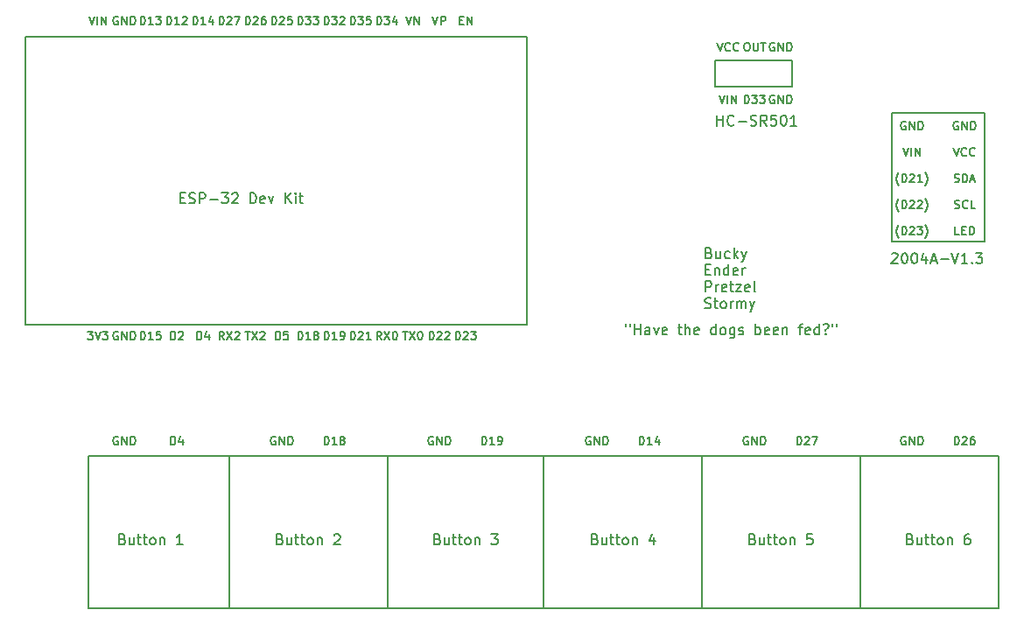
<source format=gto>
G04 #@! TF.GenerationSoftware,KiCad,Pcbnew,7.0.6*
G04 #@! TF.CreationDate,2023-10-08T17:39:31-05:00*
G04 #@! TF.ProjectId,DogTimerPCB,446f6754-696d-4657-9250-43422e6b6963,rev?*
G04 #@! TF.SameCoordinates,Original*
G04 #@! TF.FileFunction,Legend,Top*
G04 #@! TF.FilePolarity,Positive*
%FSLAX46Y46*%
G04 Gerber Fmt 4.6, Leading zero omitted, Abs format (unit mm)*
G04 Created by KiCad (PCBNEW 7.0.6) date 2023-10-08 17:39:31*
%MOMM*%
%LPD*%
G01*
G04 APERTURE LIST*
%ADD10C,0.150000*%
%ADD11C,0.160000*%
G04 APERTURE END LIST*
D10*
X68665624Y-82696845D02*
X68665624Y-97442777D01*
X117452859Y-49560203D02*
X126419980Y-49560203D01*
X126419980Y-62032652D01*
X117452859Y-62032652D01*
X117452859Y-49560203D01*
X33592839Y-42189713D02*
X82169011Y-42189713D01*
X82169011Y-70029231D01*
X33592839Y-70029231D01*
X33592839Y-42189713D01*
X100364308Y-44484308D02*
X107809735Y-44484308D01*
X107809735Y-47038579D01*
X100364308Y-47038579D01*
X100364308Y-44484308D01*
X99099488Y-82733075D02*
X99099488Y-97479007D01*
X39671153Y-82695737D02*
X39671153Y-97450726D01*
X53376230Y-82696845D02*
X53376230Y-97442777D01*
X83733832Y-82713852D02*
X83733832Y-97459784D01*
X39671153Y-82695737D02*
X127793493Y-82695737D01*
X39671153Y-97450726D02*
X127796511Y-97468841D01*
X114425112Y-82696845D02*
X114425112Y-97442777D01*
X127793493Y-82695737D02*
X127796511Y-97468841D01*
D11*
X42570476Y-70719870D02*
X42494286Y-70681775D01*
X42494286Y-70681775D02*
X42380000Y-70681775D01*
X42380000Y-70681775D02*
X42265714Y-70719870D01*
X42265714Y-70719870D02*
X42189524Y-70796060D01*
X42189524Y-70796060D02*
X42151429Y-70872251D01*
X42151429Y-70872251D02*
X42113333Y-71024632D01*
X42113333Y-71024632D02*
X42113333Y-71138918D01*
X42113333Y-71138918D02*
X42151429Y-71291299D01*
X42151429Y-71291299D02*
X42189524Y-71367489D01*
X42189524Y-71367489D02*
X42265714Y-71443680D01*
X42265714Y-71443680D02*
X42380000Y-71481775D01*
X42380000Y-71481775D02*
X42456191Y-71481775D01*
X42456191Y-71481775D02*
X42570476Y-71443680D01*
X42570476Y-71443680D02*
X42608572Y-71405584D01*
X42608572Y-71405584D02*
X42608572Y-71138918D01*
X42608572Y-71138918D02*
X42456191Y-71138918D01*
X42951429Y-71481775D02*
X42951429Y-70681775D01*
X42951429Y-70681775D02*
X43408572Y-71481775D01*
X43408572Y-71481775D02*
X43408572Y-70681775D01*
X43789524Y-71481775D02*
X43789524Y-70681775D01*
X43789524Y-70681775D02*
X43980000Y-70681775D01*
X43980000Y-70681775D02*
X44094286Y-70719870D01*
X44094286Y-70719870D02*
X44170476Y-70796060D01*
X44170476Y-70796060D02*
X44208571Y-70872251D01*
X44208571Y-70872251D02*
X44246667Y-71024632D01*
X44246667Y-71024632D02*
X44246667Y-71138918D01*
X44246667Y-71138918D02*
X44208571Y-71291299D01*
X44208571Y-71291299D02*
X44170476Y-71367489D01*
X44170476Y-71367489D02*
X44094286Y-71443680D01*
X44094286Y-71443680D02*
X43980000Y-71481775D01*
X43980000Y-71481775D02*
X43789524Y-71481775D01*
X72688571Y-71481775D02*
X72688571Y-70681775D01*
X72688571Y-70681775D02*
X72879047Y-70681775D01*
X72879047Y-70681775D02*
X72993333Y-70719870D01*
X72993333Y-70719870D02*
X73069523Y-70796060D01*
X73069523Y-70796060D02*
X73107618Y-70872251D01*
X73107618Y-70872251D02*
X73145714Y-71024632D01*
X73145714Y-71024632D02*
X73145714Y-71138918D01*
X73145714Y-71138918D02*
X73107618Y-71291299D01*
X73107618Y-71291299D02*
X73069523Y-71367489D01*
X73069523Y-71367489D02*
X72993333Y-71443680D01*
X72993333Y-71443680D02*
X72879047Y-71481775D01*
X72879047Y-71481775D02*
X72688571Y-71481775D01*
X73450475Y-70757965D02*
X73488571Y-70719870D01*
X73488571Y-70719870D02*
X73564761Y-70681775D01*
X73564761Y-70681775D02*
X73755237Y-70681775D01*
X73755237Y-70681775D02*
X73831428Y-70719870D01*
X73831428Y-70719870D02*
X73869523Y-70757965D01*
X73869523Y-70757965D02*
X73907618Y-70834156D01*
X73907618Y-70834156D02*
X73907618Y-70910346D01*
X73907618Y-70910346D02*
X73869523Y-71024632D01*
X73869523Y-71024632D02*
X73412380Y-71481775D01*
X73412380Y-71481775D02*
X73907618Y-71481775D01*
X74212380Y-70757965D02*
X74250476Y-70719870D01*
X74250476Y-70719870D02*
X74326666Y-70681775D01*
X74326666Y-70681775D02*
X74517142Y-70681775D01*
X74517142Y-70681775D02*
X74593333Y-70719870D01*
X74593333Y-70719870D02*
X74631428Y-70757965D01*
X74631428Y-70757965D02*
X74669523Y-70834156D01*
X74669523Y-70834156D02*
X74669523Y-70910346D01*
X74669523Y-70910346D02*
X74631428Y-71024632D01*
X74631428Y-71024632D02*
X74174285Y-71481775D01*
X74174285Y-71481775D02*
X74669523Y-71481775D01*
X44748571Y-71481775D02*
X44748571Y-70681775D01*
X44748571Y-70681775D02*
X44939047Y-70681775D01*
X44939047Y-70681775D02*
X45053333Y-70719870D01*
X45053333Y-70719870D02*
X45129523Y-70796060D01*
X45129523Y-70796060D02*
X45167618Y-70872251D01*
X45167618Y-70872251D02*
X45205714Y-71024632D01*
X45205714Y-71024632D02*
X45205714Y-71138918D01*
X45205714Y-71138918D02*
X45167618Y-71291299D01*
X45167618Y-71291299D02*
X45129523Y-71367489D01*
X45129523Y-71367489D02*
X45053333Y-71443680D01*
X45053333Y-71443680D02*
X44939047Y-71481775D01*
X44939047Y-71481775D02*
X44748571Y-71481775D01*
X45967618Y-71481775D02*
X45510475Y-71481775D01*
X45739047Y-71481775D02*
X45739047Y-70681775D01*
X45739047Y-70681775D02*
X45662856Y-70796060D01*
X45662856Y-70796060D02*
X45586666Y-70872251D01*
X45586666Y-70872251D02*
X45510475Y-70910346D01*
X46691428Y-70681775D02*
X46310476Y-70681775D01*
X46310476Y-70681775D02*
X46272380Y-71062727D01*
X46272380Y-71062727D02*
X46310476Y-71024632D01*
X46310476Y-71024632D02*
X46386666Y-70986537D01*
X46386666Y-70986537D02*
X46577142Y-70986537D01*
X46577142Y-70986537D02*
X46653333Y-71024632D01*
X46653333Y-71024632D02*
X46691428Y-71062727D01*
X46691428Y-71062727D02*
X46729523Y-71138918D01*
X46729523Y-71138918D02*
X46729523Y-71329394D01*
X46729523Y-71329394D02*
X46691428Y-71405584D01*
X46691428Y-71405584D02*
X46653333Y-71443680D01*
X46653333Y-71443680D02*
X46577142Y-71481775D01*
X46577142Y-71481775D02*
X46386666Y-71481775D01*
X46386666Y-71481775D02*
X46310476Y-71443680D01*
X46310476Y-71443680D02*
X46272380Y-71405584D01*
X65068571Y-41001775D02*
X65068571Y-40201775D01*
X65068571Y-40201775D02*
X65259047Y-40201775D01*
X65259047Y-40201775D02*
X65373333Y-40239870D01*
X65373333Y-40239870D02*
X65449523Y-40316060D01*
X65449523Y-40316060D02*
X65487618Y-40392251D01*
X65487618Y-40392251D02*
X65525714Y-40544632D01*
X65525714Y-40544632D02*
X65525714Y-40658918D01*
X65525714Y-40658918D02*
X65487618Y-40811299D01*
X65487618Y-40811299D02*
X65449523Y-40887489D01*
X65449523Y-40887489D02*
X65373333Y-40963680D01*
X65373333Y-40963680D02*
X65259047Y-41001775D01*
X65259047Y-41001775D02*
X65068571Y-41001775D01*
X65792380Y-40201775D02*
X66287618Y-40201775D01*
X66287618Y-40201775D02*
X66020952Y-40506537D01*
X66020952Y-40506537D02*
X66135237Y-40506537D01*
X66135237Y-40506537D02*
X66211428Y-40544632D01*
X66211428Y-40544632D02*
X66249523Y-40582727D01*
X66249523Y-40582727D02*
X66287618Y-40658918D01*
X66287618Y-40658918D02*
X66287618Y-40849394D01*
X66287618Y-40849394D02*
X66249523Y-40925584D01*
X66249523Y-40925584D02*
X66211428Y-40963680D01*
X66211428Y-40963680D02*
X66135237Y-41001775D01*
X66135237Y-41001775D02*
X65906666Y-41001775D01*
X65906666Y-41001775D02*
X65830475Y-40963680D01*
X65830475Y-40963680D02*
X65792380Y-40925584D01*
X67011428Y-40201775D02*
X66630476Y-40201775D01*
X66630476Y-40201775D02*
X66592380Y-40582727D01*
X66592380Y-40582727D02*
X66630476Y-40544632D01*
X66630476Y-40544632D02*
X66706666Y-40506537D01*
X66706666Y-40506537D02*
X66897142Y-40506537D01*
X66897142Y-40506537D02*
X66973333Y-40544632D01*
X66973333Y-40544632D02*
X67011428Y-40582727D01*
X67011428Y-40582727D02*
X67049523Y-40658918D01*
X67049523Y-40658918D02*
X67049523Y-40849394D01*
X67049523Y-40849394D02*
X67011428Y-40925584D01*
X67011428Y-40925584D02*
X66973333Y-40963680D01*
X66973333Y-40963680D02*
X66897142Y-41001775D01*
X66897142Y-41001775D02*
X66706666Y-41001775D01*
X66706666Y-41001775D02*
X66630476Y-40963680D01*
X66630476Y-40963680D02*
X66592380Y-40925584D01*
X123488571Y-81641775D02*
X123488571Y-80841775D01*
X123488571Y-80841775D02*
X123679047Y-80841775D01*
X123679047Y-80841775D02*
X123793333Y-80879870D01*
X123793333Y-80879870D02*
X123869523Y-80956060D01*
X123869523Y-80956060D02*
X123907618Y-81032251D01*
X123907618Y-81032251D02*
X123945714Y-81184632D01*
X123945714Y-81184632D02*
X123945714Y-81298918D01*
X123945714Y-81298918D02*
X123907618Y-81451299D01*
X123907618Y-81451299D02*
X123869523Y-81527489D01*
X123869523Y-81527489D02*
X123793333Y-81603680D01*
X123793333Y-81603680D02*
X123679047Y-81641775D01*
X123679047Y-81641775D02*
X123488571Y-81641775D01*
X124250475Y-80917965D02*
X124288571Y-80879870D01*
X124288571Y-80879870D02*
X124364761Y-80841775D01*
X124364761Y-80841775D02*
X124555237Y-80841775D01*
X124555237Y-80841775D02*
X124631428Y-80879870D01*
X124631428Y-80879870D02*
X124669523Y-80917965D01*
X124669523Y-80917965D02*
X124707618Y-80994156D01*
X124707618Y-80994156D02*
X124707618Y-81070346D01*
X124707618Y-81070346D02*
X124669523Y-81184632D01*
X124669523Y-81184632D02*
X124212380Y-81641775D01*
X124212380Y-81641775D02*
X124707618Y-81641775D01*
X125393333Y-80841775D02*
X125240952Y-80841775D01*
X125240952Y-80841775D02*
X125164761Y-80879870D01*
X125164761Y-80879870D02*
X125126666Y-80917965D01*
X125126666Y-80917965D02*
X125050476Y-81032251D01*
X125050476Y-81032251D02*
X125012380Y-81184632D01*
X125012380Y-81184632D02*
X125012380Y-81489394D01*
X125012380Y-81489394D02*
X125050476Y-81565584D01*
X125050476Y-81565584D02*
X125088571Y-81603680D01*
X125088571Y-81603680D02*
X125164761Y-81641775D01*
X125164761Y-81641775D02*
X125317142Y-81641775D01*
X125317142Y-81641775D02*
X125393333Y-81603680D01*
X125393333Y-81603680D02*
X125431428Y-81565584D01*
X125431428Y-81565584D02*
X125469523Y-81489394D01*
X125469523Y-81489394D02*
X125469523Y-81298918D01*
X125469523Y-81298918D02*
X125431428Y-81222727D01*
X125431428Y-81222727D02*
X125393333Y-81184632D01*
X125393333Y-81184632D02*
X125317142Y-81146537D01*
X125317142Y-81146537D02*
X125164761Y-81146537D01*
X125164761Y-81146537D02*
X125088571Y-81184632D01*
X125088571Y-81184632D02*
X125050476Y-81222727D01*
X125050476Y-81222727D02*
X125012380Y-81298918D01*
X75228571Y-71481775D02*
X75228571Y-70681775D01*
X75228571Y-70681775D02*
X75419047Y-70681775D01*
X75419047Y-70681775D02*
X75533333Y-70719870D01*
X75533333Y-70719870D02*
X75609523Y-70796060D01*
X75609523Y-70796060D02*
X75647618Y-70872251D01*
X75647618Y-70872251D02*
X75685714Y-71024632D01*
X75685714Y-71024632D02*
X75685714Y-71138918D01*
X75685714Y-71138918D02*
X75647618Y-71291299D01*
X75647618Y-71291299D02*
X75609523Y-71367489D01*
X75609523Y-71367489D02*
X75533333Y-71443680D01*
X75533333Y-71443680D02*
X75419047Y-71481775D01*
X75419047Y-71481775D02*
X75228571Y-71481775D01*
X75990475Y-70757965D02*
X76028571Y-70719870D01*
X76028571Y-70719870D02*
X76104761Y-70681775D01*
X76104761Y-70681775D02*
X76295237Y-70681775D01*
X76295237Y-70681775D02*
X76371428Y-70719870D01*
X76371428Y-70719870D02*
X76409523Y-70757965D01*
X76409523Y-70757965D02*
X76447618Y-70834156D01*
X76447618Y-70834156D02*
X76447618Y-70910346D01*
X76447618Y-70910346D02*
X76409523Y-71024632D01*
X76409523Y-71024632D02*
X75952380Y-71481775D01*
X75952380Y-71481775D02*
X76447618Y-71481775D01*
X76714285Y-70681775D02*
X77209523Y-70681775D01*
X77209523Y-70681775D02*
X76942857Y-70986537D01*
X76942857Y-70986537D02*
X77057142Y-70986537D01*
X77057142Y-70986537D02*
X77133333Y-71024632D01*
X77133333Y-71024632D02*
X77171428Y-71062727D01*
X77171428Y-71062727D02*
X77209523Y-71138918D01*
X77209523Y-71138918D02*
X77209523Y-71329394D01*
X77209523Y-71329394D02*
X77171428Y-71405584D01*
X77171428Y-71405584D02*
X77133333Y-71443680D01*
X77133333Y-71443680D02*
X77057142Y-71481775D01*
X77057142Y-71481775D02*
X76828571Y-71481775D01*
X76828571Y-71481775D02*
X76752380Y-71443680D01*
X76752380Y-71443680D02*
X76714285Y-71405584D01*
X47288571Y-41001775D02*
X47288571Y-40201775D01*
X47288571Y-40201775D02*
X47479047Y-40201775D01*
X47479047Y-40201775D02*
X47593333Y-40239870D01*
X47593333Y-40239870D02*
X47669523Y-40316060D01*
X47669523Y-40316060D02*
X47707618Y-40392251D01*
X47707618Y-40392251D02*
X47745714Y-40544632D01*
X47745714Y-40544632D02*
X47745714Y-40658918D01*
X47745714Y-40658918D02*
X47707618Y-40811299D01*
X47707618Y-40811299D02*
X47669523Y-40887489D01*
X47669523Y-40887489D02*
X47593333Y-40963680D01*
X47593333Y-40963680D02*
X47479047Y-41001775D01*
X47479047Y-41001775D02*
X47288571Y-41001775D01*
X48507618Y-41001775D02*
X48050475Y-41001775D01*
X48279047Y-41001775D02*
X48279047Y-40201775D01*
X48279047Y-40201775D02*
X48202856Y-40316060D01*
X48202856Y-40316060D02*
X48126666Y-40392251D01*
X48126666Y-40392251D02*
X48050475Y-40430346D01*
X48812380Y-40277965D02*
X48850476Y-40239870D01*
X48850476Y-40239870D02*
X48926666Y-40201775D01*
X48926666Y-40201775D02*
X49117142Y-40201775D01*
X49117142Y-40201775D02*
X49193333Y-40239870D01*
X49193333Y-40239870D02*
X49231428Y-40277965D01*
X49231428Y-40277965D02*
X49269523Y-40354156D01*
X49269523Y-40354156D02*
X49269523Y-40430346D01*
X49269523Y-40430346D02*
X49231428Y-40544632D01*
X49231428Y-40544632D02*
X48774285Y-41001775D01*
X48774285Y-41001775D02*
X49269523Y-41001775D01*
X118103809Y-59086537D02*
X118065714Y-59048441D01*
X118065714Y-59048441D02*
X117989523Y-58934156D01*
X117989523Y-58934156D02*
X117951428Y-58857965D01*
X117951428Y-58857965D02*
X117913333Y-58743680D01*
X117913333Y-58743680D02*
X117875238Y-58553203D01*
X117875238Y-58553203D02*
X117875238Y-58400822D01*
X117875238Y-58400822D02*
X117913333Y-58210346D01*
X117913333Y-58210346D02*
X117951428Y-58096060D01*
X117951428Y-58096060D02*
X117989523Y-58019870D01*
X117989523Y-58019870D02*
X118065714Y-57905584D01*
X118065714Y-57905584D02*
X118103809Y-57867489D01*
X118408571Y-58781775D02*
X118408571Y-57981775D01*
X118408571Y-57981775D02*
X118599047Y-57981775D01*
X118599047Y-57981775D02*
X118713333Y-58019870D01*
X118713333Y-58019870D02*
X118789523Y-58096060D01*
X118789523Y-58096060D02*
X118827618Y-58172251D01*
X118827618Y-58172251D02*
X118865714Y-58324632D01*
X118865714Y-58324632D02*
X118865714Y-58438918D01*
X118865714Y-58438918D02*
X118827618Y-58591299D01*
X118827618Y-58591299D02*
X118789523Y-58667489D01*
X118789523Y-58667489D02*
X118713333Y-58743680D01*
X118713333Y-58743680D02*
X118599047Y-58781775D01*
X118599047Y-58781775D02*
X118408571Y-58781775D01*
X119170475Y-58057965D02*
X119208571Y-58019870D01*
X119208571Y-58019870D02*
X119284761Y-57981775D01*
X119284761Y-57981775D02*
X119475237Y-57981775D01*
X119475237Y-57981775D02*
X119551428Y-58019870D01*
X119551428Y-58019870D02*
X119589523Y-58057965D01*
X119589523Y-58057965D02*
X119627618Y-58134156D01*
X119627618Y-58134156D02*
X119627618Y-58210346D01*
X119627618Y-58210346D02*
X119589523Y-58324632D01*
X119589523Y-58324632D02*
X119132380Y-58781775D01*
X119132380Y-58781775D02*
X119627618Y-58781775D01*
X119932380Y-58057965D02*
X119970476Y-58019870D01*
X119970476Y-58019870D02*
X120046666Y-57981775D01*
X120046666Y-57981775D02*
X120237142Y-57981775D01*
X120237142Y-57981775D02*
X120313333Y-58019870D01*
X120313333Y-58019870D02*
X120351428Y-58057965D01*
X120351428Y-58057965D02*
X120389523Y-58134156D01*
X120389523Y-58134156D02*
X120389523Y-58210346D01*
X120389523Y-58210346D02*
X120351428Y-58324632D01*
X120351428Y-58324632D02*
X119894285Y-58781775D01*
X119894285Y-58781775D02*
X120389523Y-58781775D01*
X120656190Y-59086537D02*
X120694285Y-59048441D01*
X120694285Y-59048441D02*
X120770476Y-58934156D01*
X120770476Y-58934156D02*
X120808571Y-58857965D01*
X120808571Y-58857965D02*
X120846666Y-58743680D01*
X120846666Y-58743680D02*
X120884762Y-58553203D01*
X120884762Y-58553203D02*
X120884762Y-58400822D01*
X120884762Y-58400822D02*
X120846666Y-58210346D01*
X120846666Y-58210346D02*
X120808571Y-58096060D01*
X120808571Y-58096060D02*
X120770476Y-58019870D01*
X120770476Y-58019870D02*
X120694285Y-57905584D01*
X120694285Y-57905584D02*
X120656190Y-57867489D01*
X57448571Y-41001775D02*
X57448571Y-40201775D01*
X57448571Y-40201775D02*
X57639047Y-40201775D01*
X57639047Y-40201775D02*
X57753333Y-40239870D01*
X57753333Y-40239870D02*
X57829523Y-40316060D01*
X57829523Y-40316060D02*
X57867618Y-40392251D01*
X57867618Y-40392251D02*
X57905714Y-40544632D01*
X57905714Y-40544632D02*
X57905714Y-40658918D01*
X57905714Y-40658918D02*
X57867618Y-40811299D01*
X57867618Y-40811299D02*
X57829523Y-40887489D01*
X57829523Y-40887489D02*
X57753333Y-40963680D01*
X57753333Y-40963680D02*
X57639047Y-41001775D01*
X57639047Y-41001775D02*
X57448571Y-41001775D01*
X58210475Y-40277965D02*
X58248571Y-40239870D01*
X58248571Y-40239870D02*
X58324761Y-40201775D01*
X58324761Y-40201775D02*
X58515237Y-40201775D01*
X58515237Y-40201775D02*
X58591428Y-40239870D01*
X58591428Y-40239870D02*
X58629523Y-40277965D01*
X58629523Y-40277965D02*
X58667618Y-40354156D01*
X58667618Y-40354156D02*
X58667618Y-40430346D01*
X58667618Y-40430346D02*
X58629523Y-40544632D01*
X58629523Y-40544632D02*
X58172380Y-41001775D01*
X58172380Y-41001775D02*
X58667618Y-41001775D01*
X59391428Y-40201775D02*
X59010476Y-40201775D01*
X59010476Y-40201775D02*
X58972380Y-40582727D01*
X58972380Y-40582727D02*
X59010476Y-40544632D01*
X59010476Y-40544632D02*
X59086666Y-40506537D01*
X59086666Y-40506537D02*
X59277142Y-40506537D01*
X59277142Y-40506537D02*
X59353333Y-40544632D01*
X59353333Y-40544632D02*
X59391428Y-40582727D01*
X59391428Y-40582727D02*
X59429523Y-40658918D01*
X59429523Y-40658918D02*
X59429523Y-40849394D01*
X59429523Y-40849394D02*
X59391428Y-40925584D01*
X59391428Y-40925584D02*
X59353333Y-40963680D01*
X59353333Y-40963680D02*
X59277142Y-41001775D01*
X59277142Y-41001775D02*
X59086666Y-41001775D01*
X59086666Y-41001775D02*
X59010476Y-40963680D01*
X59010476Y-40963680D02*
X58972380Y-40925584D01*
X48603358Y-57765489D02*
X48936691Y-57765489D01*
X49079548Y-58289299D02*
X48603358Y-58289299D01*
X48603358Y-58289299D02*
X48603358Y-57289299D01*
X48603358Y-57289299D02*
X49079548Y-57289299D01*
X49460501Y-58241680D02*
X49603358Y-58289299D01*
X49603358Y-58289299D02*
X49841453Y-58289299D01*
X49841453Y-58289299D02*
X49936691Y-58241680D01*
X49936691Y-58241680D02*
X49984310Y-58194060D01*
X49984310Y-58194060D02*
X50031929Y-58098822D01*
X50031929Y-58098822D02*
X50031929Y-58003584D01*
X50031929Y-58003584D02*
X49984310Y-57908346D01*
X49984310Y-57908346D02*
X49936691Y-57860727D01*
X49936691Y-57860727D02*
X49841453Y-57813108D01*
X49841453Y-57813108D02*
X49650977Y-57765489D01*
X49650977Y-57765489D02*
X49555739Y-57717870D01*
X49555739Y-57717870D02*
X49508120Y-57670251D01*
X49508120Y-57670251D02*
X49460501Y-57575013D01*
X49460501Y-57575013D02*
X49460501Y-57479775D01*
X49460501Y-57479775D02*
X49508120Y-57384537D01*
X49508120Y-57384537D02*
X49555739Y-57336918D01*
X49555739Y-57336918D02*
X49650977Y-57289299D01*
X49650977Y-57289299D02*
X49889072Y-57289299D01*
X49889072Y-57289299D02*
X50031929Y-57336918D01*
X50460501Y-58289299D02*
X50460501Y-57289299D01*
X50460501Y-57289299D02*
X50841453Y-57289299D01*
X50841453Y-57289299D02*
X50936691Y-57336918D01*
X50936691Y-57336918D02*
X50984310Y-57384537D01*
X50984310Y-57384537D02*
X51031929Y-57479775D01*
X51031929Y-57479775D02*
X51031929Y-57622632D01*
X51031929Y-57622632D02*
X50984310Y-57717870D01*
X50984310Y-57717870D02*
X50936691Y-57765489D01*
X50936691Y-57765489D02*
X50841453Y-57813108D01*
X50841453Y-57813108D02*
X50460501Y-57813108D01*
X51460501Y-57908346D02*
X52222406Y-57908346D01*
X52603358Y-57289299D02*
X53222405Y-57289299D01*
X53222405Y-57289299D02*
X52889072Y-57670251D01*
X52889072Y-57670251D02*
X53031929Y-57670251D01*
X53031929Y-57670251D02*
X53127167Y-57717870D01*
X53127167Y-57717870D02*
X53174786Y-57765489D01*
X53174786Y-57765489D02*
X53222405Y-57860727D01*
X53222405Y-57860727D02*
X53222405Y-58098822D01*
X53222405Y-58098822D02*
X53174786Y-58194060D01*
X53174786Y-58194060D02*
X53127167Y-58241680D01*
X53127167Y-58241680D02*
X53031929Y-58289299D01*
X53031929Y-58289299D02*
X52746215Y-58289299D01*
X52746215Y-58289299D02*
X52650977Y-58241680D01*
X52650977Y-58241680D02*
X52603358Y-58194060D01*
X53603358Y-57384537D02*
X53650977Y-57336918D01*
X53650977Y-57336918D02*
X53746215Y-57289299D01*
X53746215Y-57289299D02*
X53984310Y-57289299D01*
X53984310Y-57289299D02*
X54079548Y-57336918D01*
X54079548Y-57336918D02*
X54127167Y-57384537D01*
X54127167Y-57384537D02*
X54174786Y-57479775D01*
X54174786Y-57479775D02*
X54174786Y-57575013D01*
X54174786Y-57575013D02*
X54127167Y-57717870D01*
X54127167Y-57717870D02*
X53555739Y-58289299D01*
X53555739Y-58289299D02*
X54174786Y-58289299D01*
X55365263Y-58289299D02*
X55365263Y-57289299D01*
X55365263Y-57289299D02*
X55603358Y-57289299D01*
X55603358Y-57289299D02*
X55746215Y-57336918D01*
X55746215Y-57336918D02*
X55841453Y-57432156D01*
X55841453Y-57432156D02*
X55889072Y-57527394D01*
X55889072Y-57527394D02*
X55936691Y-57717870D01*
X55936691Y-57717870D02*
X55936691Y-57860727D01*
X55936691Y-57860727D02*
X55889072Y-58051203D01*
X55889072Y-58051203D02*
X55841453Y-58146441D01*
X55841453Y-58146441D02*
X55746215Y-58241680D01*
X55746215Y-58241680D02*
X55603358Y-58289299D01*
X55603358Y-58289299D02*
X55365263Y-58289299D01*
X56746215Y-58241680D02*
X56650977Y-58289299D01*
X56650977Y-58289299D02*
X56460501Y-58289299D01*
X56460501Y-58289299D02*
X56365263Y-58241680D01*
X56365263Y-58241680D02*
X56317644Y-58146441D01*
X56317644Y-58146441D02*
X56317644Y-57765489D01*
X56317644Y-57765489D02*
X56365263Y-57670251D01*
X56365263Y-57670251D02*
X56460501Y-57622632D01*
X56460501Y-57622632D02*
X56650977Y-57622632D01*
X56650977Y-57622632D02*
X56746215Y-57670251D01*
X56746215Y-57670251D02*
X56793834Y-57765489D01*
X56793834Y-57765489D02*
X56793834Y-57860727D01*
X56793834Y-57860727D02*
X56317644Y-57955965D01*
X57127168Y-57622632D02*
X57365263Y-58289299D01*
X57365263Y-58289299D02*
X57603358Y-57622632D01*
X58746216Y-58289299D02*
X58746216Y-57289299D01*
X59317644Y-58289299D02*
X58889073Y-57717870D01*
X59317644Y-57289299D02*
X58746216Y-57860727D01*
X59746216Y-58289299D02*
X59746216Y-57622632D01*
X59746216Y-57289299D02*
X59698597Y-57336918D01*
X59698597Y-57336918D02*
X59746216Y-57384537D01*
X59746216Y-57384537D02*
X59793835Y-57336918D01*
X59793835Y-57336918D02*
X59746216Y-57289299D01*
X59746216Y-57289299D02*
X59746216Y-57384537D01*
X60079549Y-57622632D02*
X60460501Y-57622632D01*
X60222406Y-57289299D02*
X60222406Y-58146441D01*
X60222406Y-58146441D02*
X60270025Y-58241680D01*
X60270025Y-58241680D02*
X60365263Y-58289299D01*
X60365263Y-58289299D02*
X60460501Y-58289299D01*
X119205713Y-90785489D02*
X119348570Y-90833108D01*
X119348570Y-90833108D02*
X119396189Y-90880727D01*
X119396189Y-90880727D02*
X119443808Y-90975965D01*
X119443808Y-90975965D02*
X119443808Y-91118822D01*
X119443808Y-91118822D02*
X119396189Y-91214060D01*
X119396189Y-91214060D02*
X119348570Y-91261680D01*
X119348570Y-91261680D02*
X119253332Y-91309299D01*
X119253332Y-91309299D02*
X118872380Y-91309299D01*
X118872380Y-91309299D02*
X118872380Y-90309299D01*
X118872380Y-90309299D02*
X119205713Y-90309299D01*
X119205713Y-90309299D02*
X119300951Y-90356918D01*
X119300951Y-90356918D02*
X119348570Y-90404537D01*
X119348570Y-90404537D02*
X119396189Y-90499775D01*
X119396189Y-90499775D02*
X119396189Y-90595013D01*
X119396189Y-90595013D02*
X119348570Y-90690251D01*
X119348570Y-90690251D02*
X119300951Y-90737870D01*
X119300951Y-90737870D02*
X119205713Y-90785489D01*
X119205713Y-90785489D02*
X118872380Y-90785489D01*
X120300951Y-90642632D02*
X120300951Y-91309299D01*
X119872380Y-90642632D02*
X119872380Y-91166441D01*
X119872380Y-91166441D02*
X119919999Y-91261680D01*
X119919999Y-91261680D02*
X120015237Y-91309299D01*
X120015237Y-91309299D02*
X120158094Y-91309299D01*
X120158094Y-91309299D02*
X120253332Y-91261680D01*
X120253332Y-91261680D02*
X120300951Y-91214060D01*
X120634285Y-90642632D02*
X121015237Y-90642632D01*
X120777142Y-90309299D02*
X120777142Y-91166441D01*
X120777142Y-91166441D02*
X120824761Y-91261680D01*
X120824761Y-91261680D02*
X120919999Y-91309299D01*
X120919999Y-91309299D02*
X121015237Y-91309299D01*
X121205714Y-90642632D02*
X121586666Y-90642632D01*
X121348571Y-90309299D02*
X121348571Y-91166441D01*
X121348571Y-91166441D02*
X121396190Y-91261680D01*
X121396190Y-91261680D02*
X121491428Y-91309299D01*
X121491428Y-91309299D02*
X121586666Y-91309299D01*
X122062857Y-91309299D02*
X121967619Y-91261680D01*
X121967619Y-91261680D02*
X121920000Y-91214060D01*
X121920000Y-91214060D02*
X121872381Y-91118822D01*
X121872381Y-91118822D02*
X121872381Y-90833108D01*
X121872381Y-90833108D02*
X121920000Y-90737870D01*
X121920000Y-90737870D02*
X121967619Y-90690251D01*
X121967619Y-90690251D02*
X122062857Y-90642632D01*
X122062857Y-90642632D02*
X122205714Y-90642632D01*
X122205714Y-90642632D02*
X122300952Y-90690251D01*
X122300952Y-90690251D02*
X122348571Y-90737870D01*
X122348571Y-90737870D02*
X122396190Y-90833108D01*
X122396190Y-90833108D02*
X122396190Y-91118822D01*
X122396190Y-91118822D02*
X122348571Y-91214060D01*
X122348571Y-91214060D02*
X122300952Y-91261680D01*
X122300952Y-91261680D02*
X122205714Y-91309299D01*
X122205714Y-91309299D02*
X122062857Y-91309299D01*
X122824762Y-90642632D02*
X122824762Y-91309299D01*
X122824762Y-90737870D02*
X122872381Y-90690251D01*
X122872381Y-90690251D02*
X122967619Y-90642632D01*
X122967619Y-90642632D02*
X123110476Y-90642632D01*
X123110476Y-90642632D02*
X123205714Y-90690251D01*
X123205714Y-90690251D02*
X123253333Y-90785489D01*
X123253333Y-90785489D02*
X123253333Y-91309299D01*
X124920000Y-90309299D02*
X124729524Y-90309299D01*
X124729524Y-90309299D02*
X124634286Y-90356918D01*
X124634286Y-90356918D02*
X124586667Y-90404537D01*
X124586667Y-90404537D02*
X124491429Y-90547394D01*
X124491429Y-90547394D02*
X124443810Y-90737870D01*
X124443810Y-90737870D02*
X124443810Y-91118822D01*
X124443810Y-91118822D02*
X124491429Y-91214060D01*
X124491429Y-91214060D02*
X124539048Y-91261680D01*
X124539048Y-91261680D02*
X124634286Y-91309299D01*
X124634286Y-91309299D02*
X124824762Y-91309299D01*
X124824762Y-91309299D02*
X124920000Y-91261680D01*
X124920000Y-91261680D02*
X124967619Y-91214060D01*
X124967619Y-91214060D02*
X125015238Y-91118822D01*
X125015238Y-91118822D02*
X125015238Y-90880727D01*
X125015238Y-90880727D02*
X124967619Y-90785489D01*
X124967619Y-90785489D02*
X124920000Y-90737870D01*
X124920000Y-90737870D02*
X124824762Y-90690251D01*
X124824762Y-90690251D02*
X124634286Y-90690251D01*
X124634286Y-90690251D02*
X124539048Y-90737870D01*
X124539048Y-90737870D02*
X124491429Y-90785489D01*
X124491429Y-90785489D02*
X124443810Y-90880727D01*
X57810476Y-80879870D02*
X57734286Y-80841775D01*
X57734286Y-80841775D02*
X57620000Y-80841775D01*
X57620000Y-80841775D02*
X57505714Y-80879870D01*
X57505714Y-80879870D02*
X57429524Y-80956060D01*
X57429524Y-80956060D02*
X57391429Y-81032251D01*
X57391429Y-81032251D02*
X57353333Y-81184632D01*
X57353333Y-81184632D02*
X57353333Y-81298918D01*
X57353333Y-81298918D02*
X57391429Y-81451299D01*
X57391429Y-81451299D02*
X57429524Y-81527489D01*
X57429524Y-81527489D02*
X57505714Y-81603680D01*
X57505714Y-81603680D02*
X57620000Y-81641775D01*
X57620000Y-81641775D02*
X57696191Y-81641775D01*
X57696191Y-81641775D02*
X57810476Y-81603680D01*
X57810476Y-81603680D02*
X57848572Y-81565584D01*
X57848572Y-81565584D02*
X57848572Y-81298918D01*
X57848572Y-81298918D02*
X57696191Y-81298918D01*
X58191429Y-81641775D02*
X58191429Y-80841775D01*
X58191429Y-80841775D02*
X58648572Y-81641775D01*
X58648572Y-81641775D02*
X58648572Y-80841775D01*
X59029524Y-81641775D02*
X59029524Y-80841775D01*
X59029524Y-80841775D02*
X59220000Y-80841775D01*
X59220000Y-80841775D02*
X59334286Y-80879870D01*
X59334286Y-80879870D02*
X59410476Y-80956060D01*
X59410476Y-80956060D02*
X59448571Y-81032251D01*
X59448571Y-81032251D02*
X59486667Y-81184632D01*
X59486667Y-81184632D02*
X59486667Y-81298918D01*
X59486667Y-81298918D02*
X59448571Y-81451299D01*
X59448571Y-81451299D02*
X59410476Y-81527489D01*
X59410476Y-81527489D02*
X59334286Y-81603680D01*
X59334286Y-81603680D02*
X59220000Y-81641775D01*
X59220000Y-81641775D02*
X59029524Y-81641775D01*
X118503810Y-52901775D02*
X118770477Y-53701775D01*
X118770477Y-53701775D02*
X119037143Y-52901775D01*
X119303810Y-53701775D02*
X119303810Y-52901775D01*
X119684762Y-53701775D02*
X119684762Y-52901775D01*
X119684762Y-52901775D02*
X120141905Y-53701775D01*
X120141905Y-53701775D02*
X120141905Y-52901775D01*
X103530476Y-80879870D02*
X103454286Y-80841775D01*
X103454286Y-80841775D02*
X103340000Y-80841775D01*
X103340000Y-80841775D02*
X103225714Y-80879870D01*
X103225714Y-80879870D02*
X103149524Y-80956060D01*
X103149524Y-80956060D02*
X103111429Y-81032251D01*
X103111429Y-81032251D02*
X103073333Y-81184632D01*
X103073333Y-81184632D02*
X103073333Y-81298918D01*
X103073333Y-81298918D02*
X103111429Y-81451299D01*
X103111429Y-81451299D02*
X103149524Y-81527489D01*
X103149524Y-81527489D02*
X103225714Y-81603680D01*
X103225714Y-81603680D02*
X103340000Y-81641775D01*
X103340000Y-81641775D02*
X103416191Y-81641775D01*
X103416191Y-81641775D02*
X103530476Y-81603680D01*
X103530476Y-81603680D02*
X103568572Y-81565584D01*
X103568572Y-81565584D02*
X103568572Y-81298918D01*
X103568572Y-81298918D02*
X103416191Y-81298918D01*
X103911429Y-81641775D02*
X103911429Y-80841775D01*
X103911429Y-80841775D02*
X104368572Y-81641775D01*
X104368572Y-81641775D02*
X104368572Y-80841775D01*
X104749524Y-81641775D02*
X104749524Y-80841775D01*
X104749524Y-80841775D02*
X104940000Y-80841775D01*
X104940000Y-80841775D02*
X105054286Y-80879870D01*
X105054286Y-80879870D02*
X105130476Y-80956060D01*
X105130476Y-80956060D02*
X105168571Y-81032251D01*
X105168571Y-81032251D02*
X105206667Y-81184632D01*
X105206667Y-81184632D02*
X105206667Y-81298918D01*
X105206667Y-81298918D02*
X105168571Y-81451299D01*
X105168571Y-81451299D02*
X105130476Y-81527489D01*
X105130476Y-81527489D02*
X105054286Y-81603680D01*
X105054286Y-81603680D02*
X104940000Y-81641775D01*
X104940000Y-81641775D02*
X104749524Y-81641775D01*
X70434286Y-40201775D02*
X70700953Y-41001775D01*
X70700953Y-41001775D02*
X70967619Y-40201775D01*
X71234286Y-41001775D02*
X71234286Y-40201775D01*
X71234286Y-40201775D02*
X71691429Y-41001775D01*
X71691429Y-41001775D02*
X71691429Y-40201775D01*
X52825714Y-71481775D02*
X52559047Y-71100822D01*
X52368571Y-71481775D02*
X52368571Y-70681775D01*
X52368571Y-70681775D02*
X52673333Y-70681775D01*
X52673333Y-70681775D02*
X52749523Y-70719870D01*
X52749523Y-70719870D02*
X52787618Y-70757965D01*
X52787618Y-70757965D02*
X52825714Y-70834156D01*
X52825714Y-70834156D02*
X52825714Y-70948441D01*
X52825714Y-70948441D02*
X52787618Y-71024632D01*
X52787618Y-71024632D02*
X52749523Y-71062727D01*
X52749523Y-71062727D02*
X52673333Y-71100822D01*
X52673333Y-71100822D02*
X52368571Y-71100822D01*
X53092380Y-70681775D02*
X53625714Y-71481775D01*
X53625714Y-70681775D02*
X53092380Y-71481775D01*
X53892380Y-70757965D02*
X53930476Y-70719870D01*
X53930476Y-70719870D02*
X54006666Y-70681775D01*
X54006666Y-70681775D02*
X54197142Y-70681775D01*
X54197142Y-70681775D02*
X54273333Y-70719870D01*
X54273333Y-70719870D02*
X54311428Y-70757965D01*
X54311428Y-70757965D02*
X54349523Y-70834156D01*
X54349523Y-70834156D02*
X54349523Y-70910346D01*
X54349523Y-70910346D02*
X54311428Y-71024632D01*
X54311428Y-71024632D02*
X53854285Y-71481775D01*
X53854285Y-71481775D02*
X54349523Y-71481775D01*
X103168571Y-48621775D02*
X103168571Y-47821775D01*
X103168571Y-47821775D02*
X103359047Y-47821775D01*
X103359047Y-47821775D02*
X103473333Y-47859870D01*
X103473333Y-47859870D02*
X103549523Y-47936060D01*
X103549523Y-47936060D02*
X103587618Y-48012251D01*
X103587618Y-48012251D02*
X103625714Y-48164632D01*
X103625714Y-48164632D02*
X103625714Y-48278918D01*
X103625714Y-48278918D02*
X103587618Y-48431299D01*
X103587618Y-48431299D02*
X103549523Y-48507489D01*
X103549523Y-48507489D02*
X103473333Y-48583680D01*
X103473333Y-48583680D02*
X103359047Y-48621775D01*
X103359047Y-48621775D02*
X103168571Y-48621775D01*
X103892380Y-47821775D02*
X104387618Y-47821775D01*
X104387618Y-47821775D02*
X104120952Y-48126537D01*
X104120952Y-48126537D02*
X104235237Y-48126537D01*
X104235237Y-48126537D02*
X104311428Y-48164632D01*
X104311428Y-48164632D02*
X104349523Y-48202727D01*
X104349523Y-48202727D02*
X104387618Y-48278918D01*
X104387618Y-48278918D02*
X104387618Y-48469394D01*
X104387618Y-48469394D02*
X104349523Y-48545584D01*
X104349523Y-48545584D02*
X104311428Y-48583680D01*
X104311428Y-48583680D02*
X104235237Y-48621775D01*
X104235237Y-48621775D02*
X104006666Y-48621775D01*
X104006666Y-48621775D02*
X103930475Y-48583680D01*
X103930475Y-48583680D02*
X103892380Y-48545584D01*
X104654285Y-47821775D02*
X105149523Y-47821775D01*
X105149523Y-47821775D02*
X104882857Y-48126537D01*
X104882857Y-48126537D02*
X104997142Y-48126537D01*
X104997142Y-48126537D02*
X105073333Y-48164632D01*
X105073333Y-48164632D02*
X105111428Y-48202727D01*
X105111428Y-48202727D02*
X105149523Y-48278918D01*
X105149523Y-48278918D02*
X105149523Y-48469394D01*
X105149523Y-48469394D02*
X105111428Y-48545584D01*
X105111428Y-48545584D02*
X105073333Y-48583680D01*
X105073333Y-48583680D02*
X104997142Y-48621775D01*
X104997142Y-48621775D02*
X104768571Y-48621775D01*
X104768571Y-48621775D02*
X104692380Y-48583680D01*
X104692380Y-48583680D02*
X104654285Y-48545584D01*
X123945714Y-61321775D02*
X123564762Y-61321775D01*
X123564762Y-61321775D02*
X123564762Y-60521775D01*
X124212381Y-60902727D02*
X124479047Y-60902727D01*
X124593333Y-61321775D02*
X124212381Y-61321775D01*
X124212381Y-61321775D02*
X124212381Y-60521775D01*
X124212381Y-60521775D02*
X124593333Y-60521775D01*
X124936191Y-61321775D02*
X124936191Y-60521775D01*
X124936191Y-60521775D02*
X125126667Y-60521775D01*
X125126667Y-60521775D02*
X125240953Y-60559870D01*
X125240953Y-60559870D02*
X125317143Y-60636060D01*
X125317143Y-60636060D02*
X125355238Y-60712251D01*
X125355238Y-60712251D02*
X125393334Y-60864632D01*
X125393334Y-60864632D02*
X125393334Y-60978918D01*
X125393334Y-60978918D02*
X125355238Y-61131299D01*
X125355238Y-61131299D02*
X125317143Y-61207489D01*
X125317143Y-61207489D02*
X125240953Y-61283680D01*
X125240953Y-61283680D02*
X125126667Y-61321775D01*
X125126667Y-61321775D02*
X124936191Y-61321775D01*
X47669524Y-71481775D02*
X47669524Y-70681775D01*
X47669524Y-70681775D02*
X47860000Y-70681775D01*
X47860000Y-70681775D02*
X47974286Y-70719870D01*
X47974286Y-70719870D02*
X48050476Y-70796060D01*
X48050476Y-70796060D02*
X48088571Y-70872251D01*
X48088571Y-70872251D02*
X48126667Y-71024632D01*
X48126667Y-71024632D02*
X48126667Y-71138918D01*
X48126667Y-71138918D02*
X48088571Y-71291299D01*
X48088571Y-71291299D02*
X48050476Y-71367489D01*
X48050476Y-71367489D02*
X47974286Y-71443680D01*
X47974286Y-71443680D02*
X47860000Y-71481775D01*
X47860000Y-71481775D02*
X47669524Y-71481775D01*
X48431428Y-70757965D02*
X48469524Y-70719870D01*
X48469524Y-70719870D02*
X48545714Y-70681775D01*
X48545714Y-70681775D02*
X48736190Y-70681775D01*
X48736190Y-70681775D02*
X48812381Y-70719870D01*
X48812381Y-70719870D02*
X48850476Y-70757965D01*
X48850476Y-70757965D02*
X48888571Y-70834156D01*
X48888571Y-70834156D02*
X48888571Y-70910346D01*
X48888571Y-70910346D02*
X48850476Y-71024632D01*
X48850476Y-71024632D02*
X48393333Y-71481775D01*
X48393333Y-71481775D02*
X48888571Y-71481775D01*
X93008571Y-81641775D02*
X93008571Y-80841775D01*
X93008571Y-80841775D02*
X93199047Y-80841775D01*
X93199047Y-80841775D02*
X93313333Y-80879870D01*
X93313333Y-80879870D02*
X93389523Y-80956060D01*
X93389523Y-80956060D02*
X93427618Y-81032251D01*
X93427618Y-81032251D02*
X93465714Y-81184632D01*
X93465714Y-81184632D02*
X93465714Y-81298918D01*
X93465714Y-81298918D02*
X93427618Y-81451299D01*
X93427618Y-81451299D02*
X93389523Y-81527489D01*
X93389523Y-81527489D02*
X93313333Y-81603680D01*
X93313333Y-81603680D02*
X93199047Y-81641775D01*
X93199047Y-81641775D02*
X93008571Y-81641775D01*
X94227618Y-81641775D02*
X93770475Y-81641775D01*
X93999047Y-81641775D02*
X93999047Y-80841775D01*
X93999047Y-80841775D02*
X93922856Y-80956060D01*
X93922856Y-80956060D02*
X93846666Y-81032251D01*
X93846666Y-81032251D02*
X93770475Y-81070346D01*
X94913333Y-81108441D02*
X94913333Y-81641775D01*
X94722857Y-80803680D02*
X94532380Y-81375108D01*
X94532380Y-81375108D02*
X95027619Y-81375108D01*
X118103809Y-56546537D02*
X118065714Y-56508441D01*
X118065714Y-56508441D02*
X117989523Y-56394156D01*
X117989523Y-56394156D02*
X117951428Y-56317965D01*
X117951428Y-56317965D02*
X117913333Y-56203680D01*
X117913333Y-56203680D02*
X117875238Y-56013203D01*
X117875238Y-56013203D02*
X117875238Y-55860822D01*
X117875238Y-55860822D02*
X117913333Y-55670346D01*
X117913333Y-55670346D02*
X117951428Y-55556060D01*
X117951428Y-55556060D02*
X117989523Y-55479870D01*
X117989523Y-55479870D02*
X118065714Y-55365584D01*
X118065714Y-55365584D02*
X118103809Y-55327489D01*
X118408571Y-56241775D02*
X118408571Y-55441775D01*
X118408571Y-55441775D02*
X118599047Y-55441775D01*
X118599047Y-55441775D02*
X118713333Y-55479870D01*
X118713333Y-55479870D02*
X118789523Y-55556060D01*
X118789523Y-55556060D02*
X118827618Y-55632251D01*
X118827618Y-55632251D02*
X118865714Y-55784632D01*
X118865714Y-55784632D02*
X118865714Y-55898918D01*
X118865714Y-55898918D02*
X118827618Y-56051299D01*
X118827618Y-56051299D02*
X118789523Y-56127489D01*
X118789523Y-56127489D02*
X118713333Y-56203680D01*
X118713333Y-56203680D02*
X118599047Y-56241775D01*
X118599047Y-56241775D02*
X118408571Y-56241775D01*
X119170475Y-55517965D02*
X119208571Y-55479870D01*
X119208571Y-55479870D02*
X119284761Y-55441775D01*
X119284761Y-55441775D02*
X119475237Y-55441775D01*
X119475237Y-55441775D02*
X119551428Y-55479870D01*
X119551428Y-55479870D02*
X119589523Y-55517965D01*
X119589523Y-55517965D02*
X119627618Y-55594156D01*
X119627618Y-55594156D02*
X119627618Y-55670346D01*
X119627618Y-55670346D02*
X119589523Y-55784632D01*
X119589523Y-55784632D02*
X119132380Y-56241775D01*
X119132380Y-56241775D02*
X119627618Y-56241775D01*
X120389523Y-56241775D02*
X119932380Y-56241775D01*
X120160952Y-56241775D02*
X120160952Y-55441775D01*
X120160952Y-55441775D02*
X120084761Y-55556060D01*
X120084761Y-55556060D02*
X120008571Y-55632251D01*
X120008571Y-55632251D02*
X119932380Y-55670346D01*
X120656190Y-56546537D02*
X120694285Y-56508441D01*
X120694285Y-56508441D02*
X120770476Y-56394156D01*
X120770476Y-56394156D02*
X120808571Y-56317965D01*
X120808571Y-56317965D02*
X120846666Y-56203680D01*
X120846666Y-56203680D02*
X120884762Y-56013203D01*
X120884762Y-56013203D02*
X120884762Y-55860822D01*
X120884762Y-55860822D02*
X120846666Y-55670346D01*
X120846666Y-55670346D02*
X120808571Y-55556060D01*
X120808571Y-55556060D02*
X120770476Y-55479870D01*
X120770476Y-55479870D02*
X120694285Y-55365584D01*
X120694285Y-55365584D02*
X120656190Y-55327489D01*
X62528571Y-71481775D02*
X62528571Y-70681775D01*
X62528571Y-70681775D02*
X62719047Y-70681775D01*
X62719047Y-70681775D02*
X62833333Y-70719870D01*
X62833333Y-70719870D02*
X62909523Y-70796060D01*
X62909523Y-70796060D02*
X62947618Y-70872251D01*
X62947618Y-70872251D02*
X62985714Y-71024632D01*
X62985714Y-71024632D02*
X62985714Y-71138918D01*
X62985714Y-71138918D02*
X62947618Y-71291299D01*
X62947618Y-71291299D02*
X62909523Y-71367489D01*
X62909523Y-71367489D02*
X62833333Y-71443680D01*
X62833333Y-71443680D02*
X62719047Y-71481775D01*
X62719047Y-71481775D02*
X62528571Y-71481775D01*
X63747618Y-71481775D02*
X63290475Y-71481775D01*
X63519047Y-71481775D02*
X63519047Y-70681775D01*
X63519047Y-70681775D02*
X63442856Y-70796060D01*
X63442856Y-70796060D02*
X63366666Y-70872251D01*
X63366666Y-70872251D02*
X63290475Y-70910346D01*
X64128571Y-71481775D02*
X64280952Y-71481775D01*
X64280952Y-71481775D02*
X64357142Y-71443680D01*
X64357142Y-71443680D02*
X64395238Y-71405584D01*
X64395238Y-71405584D02*
X64471428Y-71291299D01*
X64471428Y-71291299D02*
X64509523Y-71138918D01*
X64509523Y-71138918D02*
X64509523Y-70834156D01*
X64509523Y-70834156D02*
X64471428Y-70757965D01*
X64471428Y-70757965D02*
X64433333Y-70719870D01*
X64433333Y-70719870D02*
X64357142Y-70681775D01*
X64357142Y-70681775D02*
X64204761Y-70681775D01*
X64204761Y-70681775D02*
X64128571Y-70719870D01*
X64128571Y-70719870D02*
X64090476Y-70757965D01*
X64090476Y-70757965D02*
X64052380Y-70834156D01*
X64052380Y-70834156D02*
X64052380Y-71024632D01*
X64052380Y-71024632D02*
X64090476Y-71100822D01*
X64090476Y-71100822D02*
X64128571Y-71138918D01*
X64128571Y-71138918D02*
X64204761Y-71177013D01*
X64204761Y-71177013D02*
X64357142Y-71177013D01*
X64357142Y-71177013D02*
X64433333Y-71138918D01*
X64433333Y-71138918D02*
X64471428Y-71100822D01*
X64471428Y-71100822D02*
X64509523Y-71024632D01*
X72993333Y-40201775D02*
X73260000Y-41001775D01*
X73260000Y-41001775D02*
X73526666Y-40201775D01*
X73793333Y-41001775D02*
X73793333Y-40201775D01*
X73793333Y-40201775D02*
X74098095Y-40201775D01*
X74098095Y-40201775D02*
X74174285Y-40239870D01*
X74174285Y-40239870D02*
X74212380Y-40277965D01*
X74212380Y-40277965D02*
X74250476Y-40354156D01*
X74250476Y-40354156D02*
X74250476Y-40468441D01*
X74250476Y-40468441D02*
X74212380Y-40544632D01*
X74212380Y-40544632D02*
X74174285Y-40582727D01*
X74174285Y-40582727D02*
X74098095Y-40620822D01*
X74098095Y-40620822D02*
X73793333Y-40620822D01*
X73050476Y-80879870D02*
X72974286Y-80841775D01*
X72974286Y-80841775D02*
X72860000Y-80841775D01*
X72860000Y-80841775D02*
X72745714Y-80879870D01*
X72745714Y-80879870D02*
X72669524Y-80956060D01*
X72669524Y-80956060D02*
X72631429Y-81032251D01*
X72631429Y-81032251D02*
X72593333Y-81184632D01*
X72593333Y-81184632D02*
X72593333Y-81298918D01*
X72593333Y-81298918D02*
X72631429Y-81451299D01*
X72631429Y-81451299D02*
X72669524Y-81527489D01*
X72669524Y-81527489D02*
X72745714Y-81603680D01*
X72745714Y-81603680D02*
X72860000Y-81641775D01*
X72860000Y-81641775D02*
X72936191Y-81641775D01*
X72936191Y-81641775D02*
X73050476Y-81603680D01*
X73050476Y-81603680D02*
X73088572Y-81565584D01*
X73088572Y-81565584D02*
X73088572Y-81298918D01*
X73088572Y-81298918D02*
X72936191Y-81298918D01*
X73431429Y-81641775D02*
X73431429Y-80841775D01*
X73431429Y-80841775D02*
X73888572Y-81641775D01*
X73888572Y-81641775D02*
X73888572Y-80841775D01*
X74269524Y-81641775D02*
X74269524Y-80841775D01*
X74269524Y-80841775D02*
X74460000Y-80841775D01*
X74460000Y-80841775D02*
X74574286Y-80879870D01*
X74574286Y-80879870D02*
X74650476Y-80956060D01*
X74650476Y-80956060D02*
X74688571Y-81032251D01*
X74688571Y-81032251D02*
X74726667Y-81184632D01*
X74726667Y-81184632D02*
X74726667Y-81298918D01*
X74726667Y-81298918D02*
X74688571Y-81451299D01*
X74688571Y-81451299D02*
X74650476Y-81527489D01*
X74650476Y-81527489D02*
X74574286Y-81603680D01*
X74574286Y-81603680D02*
X74460000Y-81641775D01*
X74460000Y-81641775D02*
X74269524Y-81641775D01*
X67608571Y-41001775D02*
X67608571Y-40201775D01*
X67608571Y-40201775D02*
X67799047Y-40201775D01*
X67799047Y-40201775D02*
X67913333Y-40239870D01*
X67913333Y-40239870D02*
X67989523Y-40316060D01*
X67989523Y-40316060D02*
X68027618Y-40392251D01*
X68027618Y-40392251D02*
X68065714Y-40544632D01*
X68065714Y-40544632D02*
X68065714Y-40658918D01*
X68065714Y-40658918D02*
X68027618Y-40811299D01*
X68027618Y-40811299D02*
X67989523Y-40887489D01*
X67989523Y-40887489D02*
X67913333Y-40963680D01*
X67913333Y-40963680D02*
X67799047Y-41001775D01*
X67799047Y-41001775D02*
X67608571Y-41001775D01*
X68332380Y-40201775D02*
X68827618Y-40201775D01*
X68827618Y-40201775D02*
X68560952Y-40506537D01*
X68560952Y-40506537D02*
X68675237Y-40506537D01*
X68675237Y-40506537D02*
X68751428Y-40544632D01*
X68751428Y-40544632D02*
X68789523Y-40582727D01*
X68789523Y-40582727D02*
X68827618Y-40658918D01*
X68827618Y-40658918D02*
X68827618Y-40849394D01*
X68827618Y-40849394D02*
X68789523Y-40925584D01*
X68789523Y-40925584D02*
X68751428Y-40963680D01*
X68751428Y-40963680D02*
X68675237Y-41001775D01*
X68675237Y-41001775D02*
X68446666Y-41001775D01*
X68446666Y-41001775D02*
X68370475Y-40963680D01*
X68370475Y-40963680D02*
X68332380Y-40925584D01*
X69513333Y-40468441D02*
X69513333Y-41001775D01*
X69322857Y-40163680D02*
X69132380Y-40735108D01*
X69132380Y-40735108D02*
X69627619Y-40735108D01*
X88290476Y-80879870D02*
X88214286Y-80841775D01*
X88214286Y-80841775D02*
X88100000Y-80841775D01*
X88100000Y-80841775D02*
X87985714Y-80879870D01*
X87985714Y-80879870D02*
X87909524Y-80956060D01*
X87909524Y-80956060D02*
X87871429Y-81032251D01*
X87871429Y-81032251D02*
X87833333Y-81184632D01*
X87833333Y-81184632D02*
X87833333Y-81298918D01*
X87833333Y-81298918D02*
X87871429Y-81451299D01*
X87871429Y-81451299D02*
X87909524Y-81527489D01*
X87909524Y-81527489D02*
X87985714Y-81603680D01*
X87985714Y-81603680D02*
X88100000Y-81641775D01*
X88100000Y-81641775D02*
X88176191Y-81641775D01*
X88176191Y-81641775D02*
X88290476Y-81603680D01*
X88290476Y-81603680D02*
X88328572Y-81565584D01*
X88328572Y-81565584D02*
X88328572Y-81298918D01*
X88328572Y-81298918D02*
X88176191Y-81298918D01*
X88671429Y-81641775D02*
X88671429Y-80841775D01*
X88671429Y-80841775D02*
X89128572Y-81641775D01*
X89128572Y-81641775D02*
X89128572Y-80841775D01*
X89509524Y-81641775D02*
X89509524Y-80841775D01*
X89509524Y-80841775D02*
X89700000Y-80841775D01*
X89700000Y-80841775D02*
X89814286Y-80879870D01*
X89814286Y-80879870D02*
X89890476Y-80956060D01*
X89890476Y-80956060D02*
X89928571Y-81032251D01*
X89928571Y-81032251D02*
X89966667Y-81184632D01*
X89966667Y-81184632D02*
X89966667Y-81298918D01*
X89966667Y-81298918D02*
X89928571Y-81451299D01*
X89928571Y-81451299D02*
X89890476Y-81527489D01*
X89890476Y-81527489D02*
X89814286Y-81603680D01*
X89814286Y-81603680D02*
X89700000Y-81641775D01*
X89700000Y-81641775D02*
X89509524Y-81641775D01*
X106070476Y-47859870D02*
X105994286Y-47821775D01*
X105994286Y-47821775D02*
X105880000Y-47821775D01*
X105880000Y-47821775D02*
X105765714Y-47859870D01*
X105765714Y-47859870D02*
X105689524Y-47936060D01*
X105689524Y-47936060D02*
X105651429Y-48012251D01*
X105651429Y-48012251D02*
X105613333Y-48164632D01*
X105613333Y-48164632D02*
X105613333Y-48278918D01*
X105613333Y-48278918D02*
X105651429Y-48431299D01*
X105651429Y-48431299D02*
X105689524Y-48507489D01*
X105689524Y-48507489D02*
X105765714Y-48583680D01*
X105765714Y-48583680D02*
X105880000Y-48621775D01*
X105880000Y-48621775D02*
X105956191Y-48621775D01*
X105956191Y-48621775D02*
X106070476Y-48583680D01*
X106070476Y-48583680D02*
X106108572Y-48545584D01*
X106108572Y-48545584D02*
X106108572Y-48278918D01*
X106108572Y-48278918D02*
X105956191Y-48278918D01*
X106451429Y-48621775D02*
X106451429Y-47821775D01*
X106451429Y-47821775D02*
X106908572Y-48621775D01*
X106908572Y-48621775D02*
X106908572Y-47821775D01*
X107289524Y-48621775D02*
X107289524Y-47821775D01*
X107289524Y-47821775D02*
X107480000Y-47821775D01*
X107480000Y-47821775D02*
X107594286Y-47859870D01*
X107594286Y-47859870D02*
X107670476Y-47936060D01*
X107670476Y-47936060D02*
X107708571Y-48012251D01*
X107708571Y-48012251D02*
X107746667Y-48164632D01*
X107746667Y-48164632D02*
X107746667Y-48278918D01*
X107746667Y-48278918D02*
X107708571Y-48431299D01*
X107708571Y-48431299D02*
X107670476Y-48507489D01*
X107670476Y-48507489D02*
X107594286Y-48583680D01*
X107594286Y-48583680D02*
X107480000Y-48621775D01*
X107480000Y-48621775D02*
X107289524Y-48621775D01*
X42570476Y-80879870D02*
X42494286Y-80841775D01*
X42494286Y-80841775D02*
X42380000Y-80841775D01*
X42380000Y-80841775D02*
X42265714Y-80879870D01*
X42265714Y-80879870D02*
X42189524Y-80956060D01*
X42189524Y-80956060D02*
X42151429Y-81032251D01*
X42151429Y-81032251D02*
X42113333Y-81184632D01*
X42113333Y-81184632D02*
X42113333Y-81298918D01*
X42113333Y-81298918D02*
X42151429Y-81451299D01*
X42151429Y-81451299D02*
X42189524Y-81527489D01*
X42189524Y-81527489D02*
X42265714Y-81603680D01*
X42265714Y-81603680D02*
X42380000Y-81641775D01*
X42380000Y-81641775D02*
X42456191Y-81641775D01*
X42456191Y-81641775D02*
X42570476Y-81603680D01*
X42570476Y-81603680D02*
X42608572Y-81565584D01*
X42608572Y-81565584D02*
X42608572Y-81298918D01*
X42608572Y-81298918D02*
X42456191Y-81298918D01*
X42951429Y-81641775D02*
X42951429Y-80841775D01*
X42951429Y-80841775D02*
X43408572Y-81641775D01*
X43408572Y-81641775D02*
X43408572Y-80841775D01*
X43789524Y-81641775D02*
X43789524Y-80841775D01*
X43789524Y-80841775D02*
X43980000Y-80841775D01*
X43980000Y-80841775D02*
X44094286Y-80879870D01*
X44094286Y-80879870D02*
X44170476Y-80956060D01*
X44170476Y-80956060D02*
X44208571Y-81032251D01*
X44208571Y-81032251D02*
X44246667Y-81184632D01*
X44246667Y-81184632D02*
X44246667Y-81298918D01*
X44246667Y-81298918D02*
X44208571Y-81451299D01*
X44208571Y-81451299D02*
X44170476Y-81527489D01*
X44170476Y-81527489D02*
X44094286Y-81603680D01*
X44094286Y-81603680D02*
X43980000Y-81641775D01*
X43980000Y-81641775D02*
X43789524Y-81641775D01*
X43005713Y-90785489D02*
X43148570Y-90833108D01*
X43148570Y-90833108D02*
X43196189Y-90880727D01*
X43196189Y-90880727D02*
X43243808Y-90975965D01*
X43243808Y-90975965D02*
X43243808Y-91118822D01*
X43243808Y-91118822D02*
X43196189Y-91214060D01*
X43196189Y-91214060D02*
X43148570Y-91261680D01*
X43148570Y-91261680D02*
X43053332Y-91309299D01*
X43053332Y-91309299D02*
X42672380Y-91309299D01*
X42672380Y-91309299D02*
X42672380Y-90309299D01*
X42672380Y-90309299D02*
X43005713Y-90309299D01*
X43005713Y-90309299D02*
X43100951Y-90356918D01*
X43100951Y-90356918D02*
X43148570Y-90404537D01*
X43148570Y-90404537D02*
X43196189Y-90499775D01*
X43196189Y-90499775D02*
X43196189Y-90595013D01*
X43196189Y-90595013D02*
X43148570Y-90690251D01*
X43148570Y-90690251D02*
X43100951Y-90737870D01*
X43100951Y-90737870D02*
X43005713Y-90785489D01*
X43005713Y-90785489D02*
X42672380Y-90785489D01*
X44100951Y-90642632D02*
X44100951Y-91309299D01*
X43672380Y-90642632D02*
X43672380Y-91166441D01*
X43672380Y-91166441D02*
X43719999Y-91261680D01*
X43719999Y-91261680D02*
X43815237Y-91309299D01*
X43815237Y-91309299D02*
X43958094Y-91309299D01*
X43958094Y-91309299D02*
X44053332Y-91261680D01*
X44053332Y-91261680D02*
X44100951Y-91214060D01*
X44434285Y-90642632D02*
X44815237Y-90642632D01*
X44577142Y-90309299D02*
X44577142Y-91166441D01*
X44577142Y-91166441D02*
X44624761Y-91261680D01*
X44624761Y-91261680D02*
X44719999Y-91309299D01*
X44719999Y-91309299D02*
X44815237Y-91309299D01*
X45005714Y-90642632D02*
X45386666Y-90642632D01*
X45148571Y-90309299D02*
X45148571Y-91166441D01*
X45148571Y-91166441D02*
X45196190Y-91261680D01*
X45196190Y-91261680D02*
X45291428Y-91309299D01*
X45291428Y-91309299D02*
X45386666Y-91309299D01*
X45862857Y-91309299D02*
X45767619Y-91261680D01*
X45767619Y-91261680D02*
X45720000Y-91214060D01*
X45720000Y-91214060D02*
X45672381Y-91118822D01*
X45672381Y-91118822D02*
X45672381Y-90833108D01*
X45672381Y-90833108D02*
X45720000Y-90737870D01*
X45720000Y-90737870D02*
X45767619Y-90690251D01*
X45767619Y-90690251D02*
X45862857Y-90642632D01*
X45862857Y-90642632D02*
X46005714Y-90642632D01*
X46005714Y-90642632D02*
X46100952Y-90690251D01*
X46100952Y-90690251D02*
X46148571Y-90737870D01*
X46148571Y-90737870D02*
X46196190Y-90833108D01*
X46196190Y-90833108D02*
X46196190Y-91118822D01*
X46196190Y-91118822D02*
X46148571Y-91214060D01*
X46148571Y-91214060D02*
X46100952Y-91261680D01*
X46100952Y-91261680D02*
X46005714Y-91309299D01*
X46005714Y-91309299D02*
X45862857Y-91309299D01*
X46624762Y-90642632D02*
X46624762Y-91309299D01*
X46624762Y-90737870D02*
X46672381Y-90690251D01*
X46672381Y-90690251D02*
X46767619Y-90642632D01*
X46767619Y-90642632D02*
X46910476Y-90642632D01*
X46910476Y-90642632D02*
X47005714Y-90690251D01*
X47005714Y-90690251D02*
X47053333Y-90785489D01*
X47053333Y-90785489D02*
X47053333Y-91309299D01*
X48815238Y-91309299D02*
X48243810Y-91309299D01*
X48529524Y-91309299D02*
X48529524Y-90309299D01*
X48529524Y-90309299D02*
X48434286Y-90452156D01*
X48434286Y-90452156D02*
X48339048Y-90547394D01*
X48339048Y-90547394D02*
X48243810Y-90595013D01*
X88725713Y-90785489D02*
X88868570Y-90833108D01*
X88868570Y-90833108D02*
X88916189Y-90880727D01*
X88916189Y-90880727D02*
X88963808Y-90975965D01*
X88963808Y-90975965D02*
X88963808Y-91118822D01*
X88963808Y-91118822D02*
X88916189Y-91214060D01*
X88916189Y-91214060D02*
X88868570Y-91261680D01*
X88868570Y-91261680D02*
X88773332Y-91309299D01*
X88773332Y-91309299D02*
X88392380Y-91309299D01*
X88392380Y-91309299D02*
X88392380Y-90309299D01*
X88392380Y-90309299D02*
X88725713Y-90309299D01*
X88725713Y-90309299D02*
X88820951Y-90356918D01*
X88820951Y-90356918D02*
X88868570Y-90404537D01*
X88868570Y-90404537D02*
X88916189Y-90499775D01*
X88916189Y-90499775D02*
X88916189Y-90595013D01*
X88916189Y-90595013D02*
X88868570Y-90690251D01*
X88868570Y-90690251D02*
X88820951Y-90737870D01*
X88820951Y-90737870D02*
X88725713Y-90785489D01*
X88725713Y-90785489D02*
X88392380Y-90785489D01*
X89820951Y-90642632D02*
X89820951Y-91309299D01*
X89392380Y-90642632D02*
X89392380Y-91166441D01*
X89392380Y-91166441D02*
X89439999Y-91261680D01*
X89439999Y-91261680D02*
X89535237Y-91309299D01*
X89535237Y-91309299D02*
X89678094Y-91309299D01*
X89678094Y-91309299D02*
X89773332Y-91261680D01*
X89773332Y-91261680D02*
X89820951Y-91214060D01*
X90154285Y-90642632D02*
X90535237Y-90642632D01*
X90297142Y-90309299D02*
X90297142Y-91166441D01*
X90297142Y-91166441D02*
X90344761Y-91261680D01*
X90344761Y-91261680D02*
X90439999Y-91309299D01*
X90439999Y-91309299D02*
X90535237Y-91309299D01*
X90725714Y-90642632D02*
X91106666Y-90642632D01*
X90868571Y-90309299D02*
X90868571Y-91166441D01*
X90868571Y-91166441D02*
X90916190Y-91261680D01*
X90916190Y-91261680D02*
X91011428Y-91309299D01*
X91011428Y-91309299D02*
X91106666Y-91309299D01*
X91582857Y-91309299D02*
X91487619Y-91261680D01*
X91487619Y-91261680D02*
X91440000Y-91214060D01*
X91440000Y-91214060D02*
X91392381Y-91118822D01*
X91392381Y-91118822D02*
X91392381Y-90833108D01*
X91392381Y-90833108D02*
X91440000Y-90737870D01*
X91440000Y-90737870D02*
X91487619Y-90690251D01*
X91487619Y-90690251D02*
X91582857Y-90642632D01*
X91582857Y-90642632D02*
X91725714Y-90642632D01*
X91725714Y-90642632D02*
X91820952Y-90690251D01*
X91820952Y-90690251D02*
X91868571Y-90737870D01*
X91868571Y-90737870D02*
X91916190Y-90833108D01*
X91916190Y-90833108D02*
X91916190Y-91118822D01*
X91916190Y-91118822D02*
X91868571Y-91214060D01*
X91868571Y-91214060D02*
X91820952Y-91261680D01*
X91820952Y-91261680D02*
X91725714Y-91309299D01*
X91725714Y-91309299D02*
X91582857Y-91309299D01*
X92344762Y-90642632D02*
X92344762Y-91309299D01*
X92344762Y-90737870D02*
X92392381Y-90690251D01*
X92392381Y-90690251D02*
X92487619Y-90642632D01*
X92487619Y-90642632D02*
X92630476Y-90642632D01*
X92630476Y-90642632D02*
X92725714Y-90690251D01*
X92725714Y-90690251D02*
X92773333Y-90785489D01*
X92773333Y-90785489D02*
X92773333Y-91309299D01*
X94440000Y-90642632D02*
X94440000Y-91309299D01*
X94201905Y-90261680D02*
X93963810Y-90975965D01*
X93963810Y-90975965D02*
X94582857Y-90975965D01*
X54889523Y-70681775D02*
X55346666Y-70681775D01*
X55118094Y-71481775D02*
X55118094Y-70681775D01*
X55537142Y-70681775D02*
X56070476Y-71481775D01*
X56070476Y-70681775D02*
X55537142Y-71481775D01*
X56337142Y-70757965D02*
X56375238Y-70719870D01*
X56375238Y-70719870D02*
X56451428Y-70681775D01*
X56451428Y-70681775D02*
X56641904Y-70681775D01*
X56641904Y-70681775D02*
X56718095Y-70719870D01*
X56718095Y-70719870D02*
X56756190Y-70757965D01*
X56756190Y-70757965D02*
X56794285Y-70834156D01*
X56794285Y-70834156D02*
X56794285Y-70910346D01*
X56794285Y-70910346D02*
X56756190Y-71024632D01*
X56756190Y-71024632D02*
X56299047Y-71481775D01*
X56299047Y-71481775D02*
X56794285Y-71481775D01*
X118770476Y-50399870D02*
X118694286Y-50361775D01*
X118694286Y-50361775D02*
X118580000Y-50361775D01*
X118580000Y-50361775D02*
X118465714Y-50399870D01*
X118465714Y-50399870D02*
X118389524Y-50476060D01*
X118389524Y-50476060D02*
X118351429Y-50552251D01*
X118351429Y-50552251D02*
X118313333Y-50704632D01*
X118313333Y-50704632D02*
X118313333Y-50818918D01*
X118313333Y-50818918D02*
X118351429Y-50971299D01*
X118351429Y-50971299D02*
X118389524Y-51047489D01*
X118389524Y-51047489D02*
X118465714Y-51123680D01*
X118465714Y-51123680D02*
X118580000Y-51161775D01*
X118580000Y-51161775D02*
X118656191Y-51161775D01*
X118656191Y-51161775D02*
X118770476Y-51123680D01*
X118770476Y-51123680D02*
X118808572Y-51085584D01*
X118808572Y-51085584D02*
X118808572Y-50818918D01*
X118808572Y-50818918D02*
X118656191Y-50818918D01*
X119151429Y-51161775D02*
X119151429Y-50361775D01*
X119151429Y-50361775D02*
X119608572Y-51161775D01*
X119608572Y-51161775D02*
X119608572Y-50361775D01*
X119989524Y-51161775D02*
X119989524Y-50361775D01*
X119989524Y-50361775D02*
X120180000Y-50361775D01*
X120180000Y-50361775D02*
X120294286Y-50399870D01*
X120294286Y-50399870D02*
X120370476Y-50476060D01*
X120370476Y-50476060D02*
X120408571Y-50552251D01*
X120408571Y-50552251D02*
X120446667Y-50704632D01*
X120446667Y-50704632D02*
X120446667Y-50818918D01*
X120446667Y-50818918D02*
X120408571Y-50971299D01*
X120408571Y-50971299D02*
X120370476Y-51047489D01*
X120370476Y-51047489D02*
X120294286Y-51123680D01*
X120294286Y-51123680D02*
X120180000Y-51161775D01*
X120180000Y-51161775D02*
X119989524Y-51161775D01*
X108248571Y-81641775D02*
X108248571Y-80841775D01*
X108248571Y-80841775D02*
X108439047Y-80841775D01*
X108439047Y-80841775D02*
X108553333Y-80879870D01*
X108553333Y-80879870D02*
X108629523Y-80956060D01*
X108629523Y-80956060D02*
X108667618Y-81032251D01*
X108667618Y-81032251D02*
X108705714Y-81184632D01*
X108705714Y-81184632D02*
X108705714Y-81298918D01*
X108705714Y-81298918D02*
X108667618Y-81451299D01*
X108667618Y-81451299D02*
X108629523Y-81527489D01*
X108629523Y-81527489D02*
X108553333Y-81603680D01*
X108553333Y-81603680D02*
X108439047Y-81641775D01*
X108439047Y-81641775D02*
X108248571Y-81641775D01*
X109010475Y-80917965D02*
X109048571Y-80879870D01*
X109048571Y-80879870D02*
X109124761Y-80841775D01*
X109124761Y-80841775D02*
X109315237Y-80841775D01*
X109315237Y-80841775D02*
X109391428Y-80879870D01*
X109391428Y-80879870D02*
X109429523Y-80917965D01*
X109429523Y-80917965D02*
X109467618Y-80994156D01*
X109467618Y-80994156D02*
X109467618Y-81070346D01*
X109467618Y-81070346D02*
X109429523Y-81184632D01*
X109429523Y-81184632D02*
X108972380Y-81641775D01*
X108972380Y-81641775D02*
X109467618Y-81641775D01*
X109734285Y-80841775D02*
X110267619Y-80841775D01*
X110267619Y-80841775D02*
X109924761Y-81641775D01*
X49828571Y-41001775D02*
X49828571Y-40201775D01*
X49828571Y-40201775D02*
X50019047Y-40201775D01*
X50019047Y-40201775D02*
X50133333Y-40239870D01*
X50133333Y-40239870D02*
X50209523Y-40316060D01*
X50209523Y-40316060D02*
X50247618Y-40392251D01*
X50247618Y-40392251D02*
X50285714Y-40544632D01*
X50285714Y-40544632D02*
X50285714Y-40658918D01*
X50285714Y-40658918D02*
X50247618Y-40811299D01*
X50247618Y-40811299D02*
X50209523Y-40887489D01*
X50209523Y-40887489D02*
X50133333Y-40963680D01*
X50133333Y-40963680D02*
X50019047Y-41001775D01*
X50019047Y-41001775D02*
X49828571Y-41001775D01*
X51047618Y-41001775D02*
X50590475Y-41001775D01*
X50819047Y-41001775D02*
X50819047Y-40201775D01*
X50819047Y-40201775D02*
X50742856Y-40316060D01*
X50742856Y-40316060D02*
X50666666Y-40392251D01*
X50666666Y-40392251D02*
X50590475Y-40430346D01*
X51733333Y-40468441D02*
X51733333Y-41001775D01*
X51542857Y-40163680D02*
X51352380Y-40735108D01*
X51352380Y-40735108D02*
X51847619Y-40735108D01*
X123488571Y-56203680D02*
X123602857Y-56241775D01*
X123602857Y-56241775D02*
X123793333Y-56241775D01*
X123793333Y-56241775D02*
X123869524Y-56203680D01*
X123869524Y-56203680D02*
X123907619Y-56165584D01*
X123907619Y-56165584D02*
X123945714Y-56089394D01*
X123945714Y-56089394D02*
X123945714Y-56013203D01*
X123945714Y-56013203D02*
X123907619Y-55937013D01*
X123907619Y-55937013D02*
X123869524Y-55898918D01*
X123869524Y-55898918D02*
X123793333Y-55860822D01*
X123793333Y-55860822D02*
X123640952Y-55822727D01*
X123640952Y-55822727D02*
X123564762Y-55784632D01*
X123564762Y-55784632D02*
X123526667Y-55746537D01*
X123526667Y-55746537D02*
X123488571Y-55670346D01*
X123488571Y-55670346D02*
X123488571Y-55594156D01*
X123488571Y-55594156D02*
X123526667Y-55517965D01*
X123526667Y-55517965D02*
X123564762Y-55479870D01*
X123564762Y-55479870D02*
X123640952Y-55441775D01*
X123640952Y-55441775D02*
X123831429Y-55441775D01*
X123831429Y-55441775D02*
X123945714Y-55479870D01*
X124288572Y-56241775D02*
X124288572Y-55441775D01*
X124288572Y-55441775D02*
X124479048Y-55441775D01*
X124479048Y-55441775D02*
X124593334Y-55479870D01*
X124593334Y-55479870D02*
X124669524Y-55556060D01*
X124669524Y-55556060D02*
X124707619Y-55632251D01*
X124707619Y-55632251D02*
X124745715Y-55784632D01*
X124745715Y-55784632D02*
X124745715Y-55898918D01*
X124745715Y-55898918D02*
X124707619Y-56051299D01*
X124707619Y-56051299D02*
X124669524Y-56127489D01*
X124669524Y-56127489D02*
X124593334Y-56203680D01*
X124593334Y-56203680D02*
X124479048Y-56241775D01*
X124479048Y-56241775D02*
X124288572Y-56241775D01*
X125050476Y-56013203D02*
X125431429Y-56013203D01*
X124974286Y-56241775D02*
X125240953Y-55441775D01*
X125240953Y-55441775D02*
X125507619Y-56241775D01*
X106070476Y-42779870D02*
X105994286Y-42741775D01*
X105994286Y-42741775D02*
X105880000Y-42741775D01*
X105880000Y-42741775D02*
X105765714Y-42779870D01*
X105765714Y-42779870D02*
X105689524Y-42856060D01*
X105689524Y-42856060D02*
X105651429Y-42932251D01*
X105651429Y-42932251D02*
X105613333Y-43084632D01*
X105613333Y-43084632D02*
X105613333Y-43198918D01*
X105613333Y-43198918D02*
X105651429Y-43351299D01*
X105651429Y-43351299D02*
X105689524Y-43427489D01*
X105689524Y-43427489D02*
X105765714Y-43503680D01*
X105765714Y-43503680D02*
X105880000Y-43541775D01*
X105880000Y-43541775D02*
X105956191Y-43541775D01*
X105956191Y-43541775D02*
X106070476Y-43503680D01*
X106070476Y-43503680D02*
X106108572Y-43465584D01*
X106108572Y-43465584D02*
X106108572Y-43198918D01*
X106108572Y-43198918D02*
X105956191Y-43198918D01*
X106451429Y-43541775D02*
X106451429Y-42741775D01*
X106451429Y-42741775D02*
X106908572Y-43541775D01*
X106908572Y-43541775D02*
X106908572Y-42741775D01*
X107289524Y-43541775D02*
X107289524Y-42741775D01*
X107289524Y-42741775D02*
X107480000Y-42741775D01*
X107480000Y-42741775D02*
X107594286Y-42779870D01*
X107594286Y-42779870D02*
X107670476Y-42856060D01*
X107670476Y-42856060D02*
X107708571Y-42932251D01*
X107708571Y-42932251D02*
X107746667Y-43084632D01*
X107746667Y-43084632D02*
X107746667Y-43198918D01*
X107746667Y-43198918D02*
X107708571Y-43351299D01*
X107708571Y-43351299D02*
X107670476Y-43427489D01*
X107670476Y-43427489D02*
X107594286Y-43503680D01*
X107594286Y-43503680D02*
X107480000Y-43541775D01*
X107480000Y-43541775D02*
X107289524Y-43541775D01*
X44748571Y-41001775D02*
X44748571Y-40201775D01*
X44748571Y-40201775D02*
X44939047Y-40201775D01*
X44939047Y-40201775D02*
X45053333Y-40239870D01*
X45053333Y-40239870D02*
X45129523Y-40316060D01*
X45129523Y-40316060D02*
X45167618Y-40392251D01*
X45167618Y-40392251D02*
X45205714Y-40544632D01*
X45205714Y-40544632D02*
X45205714Y-40658918D01*
X45205714Y-40658918D02*
X45167618Y-40811299D01*
X45167618Y-40811299D02*
X45129523Y-40887489D01*
X45129523Y-40887489D02*
X45053333Y-40963680D01*
X45053333Y-40963680D02*
X44939047Y-41001775D01*
X44939047Y-41001775D02*
X44748571Y-41001775D01*
X45967618Y-41001775D02*
X45510475Y-41001775D01*
X45739047Y-41001775D02*
X45739047Y-40201775D01*
X45739047Y-40201775D02*
X45662856Y-40316060D01*
X45662856Y-40316060D02*
X45586666Y-40392251D01*
X45586666Y-40392251D02*
X45510475Y-40430346D01*
X46234285Y-40201775D02*
X46729523Y-40201775D01*
X46729523Y-40201775D02*
X46462857Y-40506537D01*
X46462857Y-40506537D02*
X46577142Y-40506537D01*
X46577142Y-40506537D02*
X46653333Y-40544632D01*
X46653333Y-40544632D02*
X46691428Y-40582727D01*
X46691428Y-40582727D02*
X46729523Y-40658918D01*
X46729523Y-40658918D02*
X46729523Y-40849394D01*
X46729523Y-40849394D02*
X46691428Y-40925584D01*
X46691428Y-40925584D02*
X46653333Y-40963680D01*
X46653333Y-40963680D02*
X46577142Y-41001775D01*
X46577142Y-41001775D02*
X46348571Y-41001775D01*
X46348571Y-41001775D02*
X46272380Y-40963680D01*
X46272380Y-40963680D02*
X46234285Y-40925584D01*
X100723810Y-47821775D02*
X100990477Y-48621775D01*
X100990477Y-48621775D02*
X101257143Y-47821775D01*
X101523810Y-48621775D02*
X101523810Y-47821775D01*
X101904762Y-48621775D02*
X101904762Y-47821775D01*
X101904762Y-47821775D02*
X102361905Y-48621775D01*
X102361905Y-48621775D02*
X102361905Y-47821775D01*
X47669524Y-81641775D02*
X47669524Y-80841775D01*
X47669524Y-80841775D02*
X47860000Y-80841775D01*
X47860000Y-80841775D02*
X47974286Y-80879870D01*
X47974286Y-80879870D02*
X48050476Y-80956060D01*
X48050476Y-80956060D02*
X48088571Y-81032251D01*
X48088571Y-81032251D02*
X48126667Y-81184632D01*
X48126667Y-81184632D02*
X48126667Y-81298918D01*
X48126667Y-81298918D02*
X48088571Y-81451299D01*
X48088571Y-81451299D02*
X48050476Y-81527489D01*
X48050476Y-81527489D02*
X47974286Y-81603680D01*
X47974286Y-81603680D02*
X47860000Y-81641775D01*
X47860000Y-81641775D02*
X47669524Y-81641775D01*
X48812381Y-81108441D02*
X48812381Y-81641775D01*
X48621905Y-80803680D02*
X48431428Y-81375108D01*
X48431428Y-81375108D02*
X48926667Y-81375108D01*
X123507618Y-58743680D02*
X123621904Y-58781775D01*
X123621904Y-58781775D02*
X123812380Y-58781775D01*
X123812380Y-58781775D02*
X123888571Y-58743680D01*
X123888571Y-58743680D02*
X123926666Y-58705584D01*
X123926666Y-58705584D02*
X123964761Y-58629394D01*
X123964761Y-58629394D02*
X123964761Y-58553203D01*
X123964761Y-58553203D02*
X123926666Y-58477013D01*
X123926666Y-58477013D02*
X123888571Y-58438918D01*
X123888571Y-58438918D02*
X123812380Y-58400822D01*
X123812380Y-58400822D02*
X123659999Y-58362727D01*
X123659999Y-58362727D02*
X123583809Y-58324632D01*
X123583809Y-58324632D02*
X123545714Y-58286537D01*
X123545714Y-58286537D02*
X123507618Y-58210346D01*
X123507618Y-58210346D02*
X123507618Y-58134156D01*
X123507618Y-58134156D02*
X123545714Y-58057965D01*
X123545714Y-58057965D02*
X123583809Y-58019870D01*
X123583809Y-58019870D02*
X123659999Y-57981775D01*
X123659999Y-57981775D02*
X123850476Y-57981775D01*
X123850476Y-57981775D02*
X123964761Y-58019870D01*
X124764762Y-58705584D02*
X124726666Y-58743680D01*
X124726666Y-58743680D02*
X124612381Y-58781775D01*
X124612381Y-58781775D02*
X124536190Y-58781775D01*
X124536190Y-58781775D02*
X124421904Y-58743680D01*
X124421904Y-58743680D02*
X124345714Y-58667489D01*
X124345714Y-58667489D02*
X124307619Y-58591299D01*
X124307619Y-58591299D02*
X124269523Y-58438918D01*
X124269523Y-58438918D02*
X124269523Y-58324632D01*
X124269523Y-58324632D02*
X124307619Y-58172251D01*
X124307619Y-58172251D02*
X124345714Y-58096060D01*
X124345714Y-58096060D02*
X124421904Y-58019870D01*
X124421904Y-58019870D02*
X124536190Y-57981775D01*
X124536190Y-57981775D02*
X124612381Y-57981775D01*
X124612381Y-57981775D02*
X124726666Y-58019870D01*
X124726666Y-58019870D02*
X124764762Y-58057965D01*
X125488571Y-58781775D02*
X125107619Y-58781775D01*
X125107619Y-58781775D02*
X125107619Y-57981775D01*
X73485713Y-90785489D02*
X73628570Y-90833108D01*
X73628570Y-90833108D02*
X73676189Y-90880727D01*
X73676189Y-90880727D02*
X73723808Y-90975965D01*
X73723808Y-90975965D02*
X73723808Y-91118822D01*
X73723808Y-91118822D02*
X73676189Y-91214060D01*
X73676189Y-91214060D02*
X73628570Y-91261680D01*
X73628570Y-91261680D02*
X73533332Y-91309299D01*
X73533332Y-91309299D02*
X73152380Y-91309299D01*
X73152380Y-91309299D02*
X73152380Y-90309299D01*
X73152380Y-90309299D02*
X73485713Y-90309299D01*
X73485713Y-90309299D02*
X73580951Y-90356918D01*
X73580951Y-90356918D02*
X73628570Y-90404537D01*
X73628570Y-90404537D02*
X73676189Y-90499775D01*
X73676189Y-90499775D02*
X73676189Y-90595013D01*
X73676189Y-90595013D02*
X73628570Y-90690251D01*
X73628570Y-90690251D02*
X73580951Y-90737870D01*
X73580951Y-90737870D02*
X73485713Y-90785489D01*
X73485713Y-90785489D02*
X73152380Y-90785489D01*
X74580951Y-90642632D02*
X74580951Y-91309299D01*
X74152380Y-90642632D02*
X74152380Y-91166441D01*
X74152380Y-91166441D02*
X74199999Y-91261680D01*
X74199999Y-91261680D02*
X74295237Y-91309299D01*
X74295237Y-91309299D02*
X74438094Y-91309299D01*
X74438094Y-91309299D02*
X74533332Y-91261680D01*
X74533332Y-91261680D02*
X74580951Y-91214060D01*
X74914285Y-90642632D02*
X75295237Y-90642632D01*
X75057142Y-90309299D02*
X75057142Y-91166441D01*
X75057142Y-91166441D02*
X75104761Y-91261680D01*
X75104761Y-91261680D02*
X75199999Y-91309299D01*
X75199999Y-91309299D02*
X75295237Y-91309299D01*
X75485714Y-90642632D02*
X75866666Y-90642632D01*
X75628571Y-90309299D02*
X75628571Y-91166441D01*
X75628571Y-91166441D02*
X75676190Y-91261680D01*
X75676190Y-91261680D02*
X75771428Y-91309299D01*
X75771428Y-91309299D02*
X75866666Y-91309299D01*
X76342857Y-91309299D02*
X76247619Y-91261680D01*
X76247619Y-91261680D02*
X76200000Y-91214060D01*
X76200000Y-91214060D02*
X76152381Y-91118822D01*
X76152381Y-91118822D02*
X76152381Y-90833108D01*
X76152381Y-90833108D02*
X76200000Y-90737870D01*
X76200000Y-90737870D02*
X76247619Y-90690251D01*
X76247619Y-90690251D02*
X76342857Y-90642632D01*
X76342857Y-90642632D02*
X76485714Y-90642632D01*
X76485714Y-90642632D02*
X76580952Y-90690251D01*
X76580952Y-90690251D02*
X76628571Y-90737870D01*
X76628571Y-90737870D02*
X76676190Y-90833108D01*
X76676190Y-90833108D02*
X76676190Y-91118822D01*
X76676190Y-91118822D02*
X76628571Y-91214060D01*
X76628571Y-91214060D02*
X76580952Y-91261680D01*
X76580952Y-91261680D02*
X76485714Y-91309299D01*
X76485714Y-91309299D02*
X76342857Y-91309299D01*
X77104762Y-90642632D02*
X77104762Y-91309299D01*
X77104762Y-90737870D02*
X77152381Y-90690251D01*
X77152381Y-90690251D02*
X77247619Y-90642632D01*
X77247619Y-90642632D02*
X77390476Y-90642632D01*
X77390476Y-90642632D02*
X77485714Y-90690251D01*
X77485714Y-90690251D02*
X77533333Y-90785489D01*
X77533333Y-90785489D02*
X77533333Y-91309299D01*
X78676191Y-90309299D02*
X79295238Y-90309299D01*
X79295238Y-90309299D02*
X78961905Y-90690251D01*
X78961905Y-90690251D02*
X79104762Y-90690251D01*
X79104762Y-90690251D02*
X79200000Y-90737870D01*
X79200000Y-90737870D02*
X79247619Y-90785489D01*
X79247619Y-90785489D02*
X79295238Y-90880727D01*
X79295238Y-90880727D02*
X79295238Y-91118822D01*
X79295238Y-91118822D02*
X79247619Y-91214060D01*
X79247619Y-91214060D02*
X79200000Y-91261680D01*
X79200000Y-91261680D02*
X79104762Y-91309299D01*
X79104762Y-91309299D02*
X78819048Y-91309299D01*
X78819048Y-91309299D02*
X78723810Y-91261680D01*
X78723810Y-91261680D02*
X78676191Y-91214060D01*
X117422521Y-63198210D02*
X117470140Y-63150591D01*
X117470140Y-63150591D02*
X117565378Y-63102972D01*
X117565378Y-63102972D02*
X117803473Y-63102972D01*
X117803473Y-63102972D02*
X117898711Y-63150591D01*
X117898711Y-63150591D02*
X117946330Y-63198210D01*
X117946330Y-63198210D02*
X117993949Y-63293448D01*
X117993949Y-63293448D02*
X117993949Y-63388686D01*
X117993949Y-63388686D02*
X117946330Y-63531543D01*
X117946330Y-63531543D02*
X117374902Y-64102972D01*
X117374902Y-64102972D02*
X117993949Y-64102972D01*
X118612997Y-63102972D02*
X118708235Y-63102972D01*
X118708235Y-63102972D02*
X118803473Y-63150591D01*
X118803473Y-63150591D02*
X118851092Y-63198210D01*
X118851092Y-63198210D02*
X118898711Y-63293448D01*
X118898711Y-63293448D02*
X118946330Y-63483924D01*
X118946330Y-63483924D02*
X118946330Y-63722019D01*
X118946330Y-63722019D02*
X118898711Y-63912495D01*
X118898711Y-63912495D02*
X118851092Y-64007733D01*
X118851092Y-64007733D02*
X118803473Y-64055353D01*
X118803473Y-64055353D02*
X118708235Y-64102972D01*
X118708235Y-64102972D02*
X118612997Y-64102972D01*
X118612997Y-64102972D02*
X118517759Y-64055353D01*
X118517759Y-64055353D02*
X118470140Y-64007733D01*
X118470140Y-64007733D02*
X118422521Y-63912495D01*
X118422521Y-63912495D02*
X118374902Y-63722019D01*
X118374902Y-63722019D02*
X118374902Y-63483924D01*
X118374902Y-63483924D02*
X118422521Y-63293448D01*
X118422521Y-63293448D02*
X118470140Y-63198210D01*
X118470140Y-63198210D02*
X118517759Y-63150591D01*
X118517759Y-63150591D02*
X118612997Y-63102972D01*
X119565378Y-63102972D02*
X119660616Y-63102972D01*
X119660616Y-63102972D02*
X119755854Y-63150591D01*
X119755854Y-63150591D02*
X119803473Y-63198210D01*
X119803473Y-63198210D02*
X119851092Y-63293448D01*
X119851092Y-63293448D02*
X119898711Y-63483924D01*
X119898711Y-63483924D02*
X119898711Y-63722019D01*
X119898711Y-63722019D02*
X119851092Y-63912495D01*
X119851092Y-63912495D02*
X119803473Y-64007733D01*
X119803473Y-64007733D02*
X119755854Y-64055353D01*
X119755854Y-64055353D02*
X119660616Y-64102972D01*
X119660616Y-64102972D02*
X119565378Y-64102972D01*
X119565378Y-64102972D02*
X119470140Y-64055353D01*
X119470140Y-64055353D02*
X119422521Y-64007733D01*
X119422521Y-64007733D02*
X119374902Y-63912495D01*
X119374902Y-63912495D02*
X119327283Y-63722019D01*
X119327283Y-63722019D02*
X119327283Y-63483924D01*
X119327283Y-63483924D02*
X119374902Y-63293448D01*
X119374902Y-63293448D02*
X119422521Y-63198210D01*
X119422521Y-63198210D02*
X119470140Y-63150591D01*
X119470140Y-63150591D02*
X119565378Y-63102972D01*
X120755854Y-63436305D02*
X120755854Y-64102972D01*
X120517759Y-63055353D02*
X120279664Y-63769638D01*
X120279664Y-63769638D02*
X120898711Y-63769638D01*
X121232045Y-63817257D02*
X121708235Y-63817257D01*
X121136807Y-64102972D02*
X121470140Y-63102972D01*
X121470140Y-63102972D02*
X121803473Y-64102972D01*
X122136807Y-63722019D02*
X122898712Y-63722019D01*
X123232045Y-63102972D02*
X123565378Y-64102972D01*
X123565378Y-64102972D02*
X123898711Y-63102972D01*
X124755854Y-64102972D02*
X124184426Y-64102972D01*
X124470140Y-64102972D02*
X124470140Y-63102972D01*
X124470140Y-63102972D02*
X124374902Y-63245829D01*
X124374902Y-63245829D02*
X124279664Y-63341067D01*
X124279664Y-63341067D02*
X124184426Y-63388686D01*
X125184426Y-64007733D02*
X125232045Y-64055353D01*
X125232045Y-64055353D02*
X125184426Y-64102972D01*
X125184426Y-64102972D02*
X125136807Y-64055353D01*
X125136807Y-64055353D02*
X125184426Y-64007733D01*
X125184426Y-64007733D02*
X125184426Y-64102972D01*
X125565378Y-63102972D02*
X126184425Y-63102972D01*
X126184425Y-63102972D02*
X125851092Y-63483924D01*
X125851092Y-63483924D02*
X125993949Y-63483924D01*
X125993949Y-63483924D02*
X126089187Y-63531543D01*
X126089187Y-63531543D02*
X126136806Y-63579162D01*
X126136806Y-63579162D02*
X126184425Y-63674400D01*
X126184425Y-63674400D02*
X126184425Y-63912495D01*
X126184425Y-63912495D02*
X126136806Y-64007733D01*
X126136806Y-64007733D02*
X126089187Y-64055353D01*
X126089187Y-64055353D02*
X125993949Y-64102972D01*
X125993949Y-64102972D02*
X125708235Y-64102972D01*
X125708235Y-64102972D02*
X125612997Y-64055353D01*
X125612997Y-64055353D02*
X125565378Y-64007733D01*
X59988571Y-41001775D02*
X59988571Y-40201775D01*
X59988571Y-40201775D02*
X60179047Y-40201775D01*
X60179047Y-40201775D02*
X60293333Y-40239870D01*
X60293333Y-40239870D02*
X60369523Y-40316060D01*
X60369523Y-40316060D02*
X60407618Y-40392251D01*
X60407618Y-40392251D02*
X60445714Y-40544632D01*
X60445714Y-40544632D02*
X60445714Y-40658918D01*
X60445714Y-40658918D02*
X60407618Y-40811299D01*
X60407618Y-40811299D02*
X60369523Y-40887489D01*
X60369523Y-40887489D02*
X60293333Y-40963680D01*
X60293333Y-40963680D02*
X60179047Y-41001775D01*
X60179047Y-41001775D02*
X59988571Y-41001775D01*
X60712380Y-40201775D02*
X61207618Y-40201775D01*
X61207618Y-40201775D02*
X60940952Y-40506537D01*
X60940952Y-40506537D02*
X61055237Y-40506537D01*
X61055237Y-40506537D02*
X61131428Y-40544632D01*
X61131428Y-40544632D02*
X61169523Y-40582727D01*
X61169523Y-40582727D02*
X61207618Y-40658918D01*
X61207618Y-40658918D02*
X61207618Y-40849394D01*
X61207618Y-40849394D02*
X61169523Y-40925584D01*
X61169523Y-40925584D02*
X61131428Y-40963680D01*
X61131428Y-40963680D02*
X61055237Y-41001775D01*
X61055237Y-41001775D02*
X60826666Y-41001775D01*
X60826666Y-41001775D02*
X60750475Y-40963680D01*
X60750475Y-40963680D02*
X60712380Y-40925584D01*
X61474285Y-40201775D02*
X61969523Y-40201775D01*
X61969523Y-40201775D02*
X61702857Y-40506537D01*
X61702857Y-40506537D02*
X61817142Y-40506537D01*
X61817142Y-40506537D02*
X61893333Y-40544632D01*
X61893333Y-40544632D02*
X61931428Y-40582727D01*
X61931428Y-40582727D02*
X61969523Y-40658918D01*
X61969523Y-40658918D02*
X61969523Y-40849394D01*
X61969523Y-40849394D02*
X61931428Y-40925584D01*
X61931428Y-40925584D02*
X61893333Y-40963680D01*
X61893333Y-40963680D02*
X61817142Y-41001775D01*
X61817142Y-41001775D02*
X61588571Y-41001775D01*
X61588571Y-41001775D02*
X61512380Y-40963680D01*
X61512380Y-40963680D02*
X61474285Y-40925584D01*
X123850476Y-50399870D02*
X123774286Y-50361775D01*
X123774286Y-50361775D02*
X123660000Y-50361775D01*
X123660000Y-50361775D02*
X123545714Y-50399870D01*
X123545714Y-50399870D02*
X123469524Y-50476060D01*
X123469524Y-50476060D02*
X123431429Y-50552251D01*
X123431429Y-50552251D02*
X123393333Y-50704632D01*
X123393333Y-50704632D02*
X123393333Y-50818918D01*
X123393333Y-50818918D02*
X123431429Y-50971299D01*
X123431429Y-50971299D02*
X123469524Y-51047489D01*
X123469524Y-51047489D02*
X123545714Y-51123680D01*
X123545714Y-51123680D02*
X123660000Y-51161775D01*
X123660000Y-51161775D02*
X123736191Y-51161775D01*
X123736191Y-51161775D02*
X123850476Y-51123680D01*
X123850476Y-51123680D02*
X123888572Y-51085584D01*
X123888572Y-51085584D02*
X123888572Y-50818918D01*
X123888572Y-50818918D02*
X123736191Y-50818918D01*
X124231429Y-51161775D02*
X124231429Y-50361775D01*
X124231429Y-50361775D02*
X124688572Y-51161775D01*
X124688572Y-51161775D02*
X124688572Y-50361775D01*
X125069524Y-51161775D02*
X125069524Y-50361775D01*
X125069524Y-50361775D02*
X125260000Y-50361775D01*
X125260000Y-50361775D02*
X125374286Y-50399870D01*
X125374286Y-50399870D02*
X125450476Y-50476060D01*
X125450476Y-50476060D02*
X125488571Y-50552251D01*
X125488571Y-50552251D02*
X125526667Y-50704632D01*
X125526667Y-50704632D02*
X125526667Y-50818918D01*
X125526667Y-50818918D02*
X125488571Y-50971299D01*
X125488571Y-50971299D02*
X125450476Y-51047489D01*
X125450476Y-51047489D02*
X125374286Y-51123680D01*
X125374286Y-51123680D02*
X125260000Y-51161775D01*
X125260000Y-51161775D02*
X125069524Y-51161775D01*
X42570476Y-40239870D02*
X42494286Y-40201775D01*
X42494286Y-40201775D02*
X42380000Y-40201775D01*
X42380000Y-40201775D02*
X42265714Y-40239870D01*
X42265714Y-40239870D02*
X42189524Y-40316060D01*
X42189524Y-40316060D02*
X42151429Y-40392251D01*
X42151429Y-40392251D02*
X42113333Y-40544632D01*
X42113333Y-40544632D02*
X42113333Y-40658918D01*
X42113333Y-40658918D02*
X42151429Y-40811299D01*
X42151429Y-40811299D02*
X42189524Y-40887489D01*
X42189524Y-40887489D02*
X42265714Y-40963680D01*
X42265714Y-40963680D02*
X42380000Y-41001775D01*
X42380000Y-41001775D02*
X42456191Y-41001775D01*
X42456191Y-41001775D02*
X42570476Y-40963680D01*
X42570476Y-40963680D02*
X42608572Y-40925584D01*
X42608572Y-40925584D02*
X42608572Y-40658918D01*
X42608572Y-40658918D02*
X42456191Y-40658918D01*
X42951429Y-41001775D02*
X42951429Y-40201775D01*
X42951429Y-40201775D02*
X43408572Y-41001775D01*
X43408572Y-41001775D02*
X43408572Y-40201775D01*
X43789524Y-41001775D02*
X43789524Y-40201775D01*
X43789524Y-40201775D02*
X43980000Y-40201775D01*
X43980000Y-40201775D02*
X44094286Y-40239870D01*
X44094286Y-40239870D02*
X44170476Y-40316060D01*
X44170476Y-40316060D02*
X44208571Y-40392251D01*
X44208571Y-40392251D02*
X44246667Y-40544632D01*
X44246667Y-40544632D02*
X44246667Y-40658918D01*
X44246667Y-40658918D02*
X44208571Y-40811299D01*
X44208571Y-40811299D02*
X44170476Y-40887489D01*
X44170476Y-40887489D02*
X44094286Y-40963680D01*
X44094286Y-40963680D02*
X43980000Y-41001775D01*
X43980000Y-41001775D02*
X43789524Y-41001775D01*
X57829524Y-71481775D02*
X57829524Y-70681775D01*
X57829524Y-70681775D02*
X58020000Y-70681775D01*
X58020000Y-70681775D02*
X58134286Y-70719870D01*
X58134286Y-70719870D02*
X58210476Y-70796060D01*
X58210476Y-70796060D02*
X58248571Y-70872251D01*
X58248571Y-70872251D02*
X58286667Y-71024632D01*
X58286667Y-71024632D02*
X58286667Y-71138918D01*
X58286667Y-71138918D02*
X58248571Y-71291299D01*
X58248571Y-71291299D02*
X58210476Y-71367489D01*
X58210476Y-71367489D02*
X58134286Y-71443680D01*
X58134286Y-71443680D02*
X58020000Y-71481775D01*
X58020000Y-71481775D02*
X57829524Y-71481775D01*
X59010476Y-70681775D02*
X58629524Y-70681775D01*
X58629524Y-70681775D02*
X58591428Y-71062727D01*
X58591428Y-71062727D02*
X58629524Y-71024632D01*
X58629524Y-71024632D02*
X58705714Y-70986537D01*
X58705714Y-70986537D02*
X58896190Y-70986537D01*
X58896190Y-70986537D02*
X58972381Y-71024632D01*
X58972381Y-71024632D02*
X59010476Y-71062727D01*
X59010476Y-71062727D02*
X59048571Y-71138918D01*
X59048571Y-71138918D02*
X59048571Y-71329394D01*
X59048571Y-71329394D02*
X59010476Y-71405584D01*
X59010476Y-71405584D02*
X58972381Y-71443680D01*
X58972381Y-71443680D02*
X58896190Y-71481775D01*
X58896190Y-71481775D02*
X58705714Y-71481775D01*
X58705714Y-71481775D02*
X58629524Y-71443680D01*
X58629524Y-71443680D02*
X58591428Y-71405584D01*
X99736691Y-63095489D02*
X99879548Y-63143108D01*
X99879548Y-63143108D02*
X99927167Y-63190727D01*
X99927167Y-63190727D02*
X99974786Y-63285965D01*
X99974786Y-63285965D02*
X99974786Y-63428822D01*
X99974786Y-63428822D02*
X99927167Y-63524060D01*
X99927167Y-63524060D02*
X99879548Y-63571680D01*
X99879548Y-63571680D02*
X99784310Y-63619299D01*
X99784310Y-63619299D02*
X99403358Y-63619299D01*
X99403358Y-63619299D02*
X99403358Y-62619299D01*
X99403358Y-62619299D02*
X99736691Y-62619299D01*
X99736691Y-62619299D02*
X99831929Y-62666918D01*
X99831929Y-62666918D02*
X99879548Y-62714537D01*
X99879548Y-62714537D02*
X99927167Y-62809775D01*
X99927167Y-62809775D02*
X99927167Y-62905013D01*
X99927167Y-62905013D02*
X99879548Y-63000251D01*
X99879548Y-63000251D02*
X99831929Y-63047870D01*
X99831929Y-63047870D02*
X99736691Y-63095489D01*
X99736691Y-63095489D02*
X99403358Y-63095489D01*
X100831929Y-62952632D02*
X100831929Y-63619299D01*
X100403358Y-62952632D02*
X100403358Y-63476441D01*
X100403358Y-63476441D02*
X100450977Y-63571680D01*
X100450977Y-63571680D02*
X100546215Y-63619299D01*
X100546215Y-63619299D02*
X100689072Y-63619299D01*
X100689072Y-63619299D02*
X100784310Y-63571680D01*
X100784310Y-63571680D02*
X100831929Y-63524060D01*
X101736691Y-63571680D02*
X101641453Y-63619299D01*
X101641453Y-63619299D02*
X101450977Y-63619299D01*
X101450977Y-63619299D02*
X101355739Y-63571680D01*
X101355739Y-63571680D02*
X101308120Y-63524060D01*
X101308120Y-63524060D02*
X101260501Y-63428822D01*
X101260501Y-63428822D02*
X101260501Y-63143108D01*
X101260501Y-63143108D02*
X101308120Y-63047870D01*
X101308120Y-63047870D02*
X101355739Y-63000251D01*
X101355739Y-63000251D02*
X101450977Y-62952632D01*
X101450977Y-62952632D02*
X101641453Y-62952632D01*
X101641453Y-62952632D02*
X101736691Y-63000251D01*
X102165263Y-63619299D02*
X102165263Y-62619299D01*
X102260501Y-63238346D02*
X102546215Y-63619299D01*
X102546215Y-62952632D02*
X102165263Y-63333584D01*
X102879549Y-62952632D02*
X103117644Y-63619299D01*
X103355739Y-62952632D02*
X103117644Y-63619299D01*
X103117644Y-63619299D02*
X103022406Y-63857394D01*
X103022406Y-63857394D02*
X102974787Y-63905013D01*
X102974787Y-63905013D02*
X102879549Y-63952632D01*
X99403358Y-64705489D02*
X99736691Y-64705489D01*
X99879548Y-65229299D02*
X99403358Y-65229299D01*
X99403358Y-65229299D02*
X99403358Y-64229299D01*
X99403358Y-64229299D02*
X99879548Y-64229299D01*
X100308120Y-64562632D02*
X100308120Y-65229299D01*
X100308120Y-64657870D02*
X100355739Y-64610251D01*
X100355739Y-64610251D02*
X100450977Y-64562632D01*
X100450977Y-64562632D02*
X100593834Y-64562632D01*
X100593834Y-64562632D02*
X100689072Y-64610251D01*
X100689072Y-64610251D02*
X100736691Y-64705489D01*
X100736691Y-64705489D02*
X100736691Y-65229299D01*
X101641453Y-65229299D02*
X101641453Y-64229299D01*
X101641453Y-65181680D02*
X101546215Y-65229299D01*
X101546215Y-65229299D02*
X101355739Y-65229299D01*
X101355739Y-65229299D02*
X101260501Y-65181680D01*
X101260501Y-65181680D02*
X101212882Y-65134060D01*
X101212882Y-65134060D02*
X101165263Y-65038822D01*
X101165263Y-65038822D02*
X101165263Y-64753108D01*
X101165263Y-64753108D02*
X101212882Y-64657870D01*
X101212882Y-64657870D02*
X101260501Y-64610251D01*
X101260501Y-64610251D02*
X101355739Y-64562632D01*
X101355739Y-64562632D02*
X101546215Y-64562632D01*
X101546215Y-64562632D02*
X101641453Y-64610251D01*
X102498596Y-65181680D02*
X102403358Y-65229299D01*
X102403358Y-65229299D02*
X102212882Y-65229299D01*
X102212882Y-65229299D02*
X102117644Y-65181680D01*
X102117644Y-65181680D02*
X102070025Y-65086441D01*
X102070025Y-65086441D02*
X102070025Y-64705489D01*
X102070025Y-64705489D02*
X102117644Y-64610251D01*
X102117644Y-64610251D02*
X102212882Y-64562632D01*
X102212882Y-64562632D02*
X102403358Y-64562632D01*
X102403358Y-64562632D02*
X102498596Y-64610251D01*
X102498596Y-64610251D02*
X102546215Y-64705489D01*
X102546215Y-64705489D02*
X102546215Y-64800727D01*
X102546215Y-64800727D02*
X102070025Y-64895965D01*
X102974787Y-65229299D02*
X102974787Y-64562632D01*
X102974787Y-64753108D02*
X103022406Y-64657870D01*
X103022406Y-64657870D02*
X103070025Y-64610251D01*
X103070025Y-64610251D02*
X103165263Y-64562632D01*
X103165263Y-64562632D02*
X103260501Y-64562632D01*
X99403358Y-66839299D02*
X99403358Y-65839299D01*
X99403358Y-65839299D02*
X99784310Y-65839299D01*
X99784310Y-65839299D02*
X99879548Y-65886918D01*
X99879548Y-65886918D02*
X99927167Y-65934537D01*
X99927167Y-65934537D02*
X99974786Y-66029775D01*
X99974786Y-66029775D02*
X99974786Y-66172632D01*
X99974786Y-66172632D02*
X99927167Y-66267870D01*
X99927167Y-66267870D02*
X99879548Y-66315489D01*
X99879548Y-66315489D02*
X99784310Y-66363108D01*
X99784310Y-66363108D02*
X99403358Y-66363108D01*
X100403358Y-66839299D02*
X100403358Y-66172632D01*
X100403358Y-66363108D02*
X100450977Y-66267870D01*
X100450977Y-66267870D02*
X100498596Y-66220251D01*
X100498596Y-66220251D02*
X100593834Y-66172632D01*
X100593834Y-66172632D02*
X100689072Y-66172632D01*
X101403358Y-66791680D02*
X101308120Y-66839299D01*
X101308120Y-66839299D02*
X101117644Y-66839299D01*
X101117644Y-66839299D02*
X101022406Y-66791680D01*
X101022406Y-66791680D02*
X100974787Y-66696441D01*
X100974787Y-66696441D02*
X100974787Y-66315489D01*
X100974787Y-66315489D02*
X101022406Y-66220251D01*
X101022406Y-66220251D02*
X101117644Y-66172632D01*
X101117644Y-66172632D02*
X101308120Y-66172632D01*
X101308120Y-66172632D02*
X101403358Y-66220251D01*
X101403358Y-66220251D02*
X101450977Y-66315489D01*
X101450977Y-66315489D02*
X101450977Y-66410727D01*
X101450977Y-66410727D02*
X100974787Y-66505965D01*
X101736692Y-66172632D02*
X102117644Y-66172632D01*
X101879549Y-65839299D02*
X101879549Y-66696441D01*
X101879549Y-66696441D02*
X101927168Y-66791680D01*
X101927168Y-66791680D02*
X102022406Y-66839299D01*
X102022406Y-66839299D02*
X102117644Y-66839299D01*
X102355740Y-66172632D02*
X102879549Y-66172632D01*
X102879549Y-66172632D02*
X102355740Y-66839299D01*
X102355740Y-66839299D02*
X102879549Y-66839299D01*
X103641454Y-66791680D02*
X103546216Y-66839299D01*
X103546216Y-66839299D02*
X103355740Y-66839299D01*
X103355740Y-66839299D02*
X103260502Y-66791680D01*
X103260502Y-66791680D02*
X103212883Y-66696441D01*
X103212883Y-66696441D02*
X103212883Y-66315489D01*
X103212883Y-66315489D02*
X103260502Y-66220251D01*
X103260502Y-66220251D02*
X103355740Y-66172632D01*
X103355740Y-66172632D02*
X103546216Y-66172632D01*
X103546216Y-66172632D02*
X103641454Y-66220251D01*
X103641454Y-66220251D02*
X103689073Y-66315489D01*
X103689073Y-66315489D02*
X103689073Y-66410727D01*
X103689073Y-66410727D02*
X103212883Y-66505965D01*
X104260502Y-66839299D02*
X104165264Y-66791680D01*
X104165264Y-66791680D02*
X104117645Y-66696441D01*
X104117645Y-66696441D02*
X104117645Y-65839299D01*
X99355739Y-68401680D02*
X99498596Y-68449299D01*
X99498596Y-68449299D02*
X99736691Y-68449299D01*
X99736691Y-68449299D02*
X99831929Y-68401680D01*
X99831929Y-68401680D02*
X99879548Y-68354060D01*
X99879548Y-68354060D02*
X99927167Y-68258822D01*
X99927167Y-68258822D02*
X99927167Y-68163584D01*
X99927167Y-68163584D02*
X99879548Y-68068346D01*
X99879548Y-68068346D02*
X99831929Y-68020727D01*
X99831929Y-68020727D02*
X99736691Y-67973108D01*
X99736691Y-67973108D02*
X99546215Y-67925489D01*
X99546215Y-67925489D02*
X99450977Y-67877870D01*
X99450977Y-67877870D02*
X99403358Y-67830251D01*
X99403358Y-67830251D02*
X99355739Y-67735013D01*
X99355739Y-67735013D02*
X99355739Y-67639775D01*
X99355739Y-67639775D02*
X99403358Y-67544537D01*
X99403358Y-67544537D02*
X99450977Y-67496918D01*
X99450977Y-67496918D02*
X99546215Y-67449299D01*
X99546215Y-67449299D02*
X99784310Y-67449299D01*
X99784310Y-67449299D02*
X99927167Y-67496918D01*
X100212882Y-67782632D02*
X100593834Y-67782632D01*
X100355739Y-67449299D02*
X100355739Y-68306441D01*
X100355739Y-68306441D02*
X100403358Y-68401680D01*
X100403358Y-68401680D02*
X100498596Y-68449299D01*
X100498596Y-68449299D02*
X100593834Y-68449299D01*
X101070025Y-68449299D02*
X100974787Y-68401680D01*
X100974787Y-68401680D02*
X100927168Y-68354060D01*
X100927168Y-68354060D02*
X100879549Y-68258822D01*
X100879549Y-68258822D02*
X100879549Y-67973108D01*
X100879549Y-67973108D02*
X100927168Y-67877870D01*
X100927168Y-67877870D02*
X100974787Y-67830251D01*
X100974787Y-67830251D02*
X101070025Y-67782632D01*
X101070025Y-67782632D02*
X101212882Y-67782632D01*
X101212882Y-67782632D02*
X101308120Y-67830251D01*
X101308120Y-67830251D02*
X101355739Y-67877870D01*
X101355739Y-67877870D02*
X101403358Y-67973108D01*
X101403358Y-67973108D02*
X101403358Y-68258822D01*
X101403358Y-68258822D02*
X101355739Y-68354060D01*
X101355739Y-68354060D02*
X101308120Y-68401680D01*
X101308120Y-68401680D02*
X101212882Y-68449299D01*
X101212882Y-68449299D02*
X101070025Y-68449299D01*
X101831930Y-68449299D02*
X101831930Y-67782632D01*
X101831930Y-67973108D02*
X101879549Y-67877870D01*
X101879549Y-67877870D02*
X101927168Y-67830251D01*
X101927168Y-67830251D02*
X102022406Y-67782632D01*
X102022406Y-67782632D02*
X102117644Y-67782632D01*
X102450978Y-68449299D02*
X102450978Y-67782632D01*
X102450978Y-67877870D02*
X102498597Y-67830251D01*
X102498597Y-67830251D02*
X102593835Y-67782632D01*
X102593835Y-67782632D02*
X102736692Y-67782632D01*
X102736692Y-67782632D02*
X102831930Y-67830251D01*
X102831930Y-67830251D02*
X102879549Y-67925489D01*
X102879549Y-67925489D02*
X102879549Y-68449299D01*
X102879549Y-67925489D02*
X102927168Y-67830251D01*
X102927168Y-67830251D02*
X103022406Y-67782632D01*
X103022406Y-67782632D02*
X103165263Y-67782632D01*
X103165263Y-67782632D02*
X103260502Y-67830251D01*
X103260502Y-67830251D02*
X103308121Y-67925489D01*
X103308121Y-67925489D02*
X103308121Y-68449299D01*
X103689073Y-67782632D02*
X103927168Y-68449299D01*
X104165263Y-67782632D02*
X103927168Y-68449299D01*
X103927168Y-68449299D02*
X103831930Y-68687394D01*
X103831930Y-68687394D02*
X103784311Y-68735013D01*
X103784311Y-68735013D02*
X103689073Y-68782632D01*
X39763810Y-40201775D02*
X40030477Y-41001775D01*
X40030477Y-41001775D02*
X40297143Y-40201775D01*
X40563810Y-41001775D02*
X40563810Y-40201775D01*
X40944762Y-41001775D02*
X40944762Y-40201775D01*
X40944762Y-40201775D02*
X41401905Y-41001775D01*
X41401905Y-41001775D02*
X41401905Y-40201775D01*
X118103809Y-61626537D02*
X118065714Y-61588441D01*
X118065714Y-61588441D02*
X117989523Y-61474156D01*
X117989523Y-61474156D02*
X117951428Y-61397965D01*
X117951428Y-61397965D02*
X117913333Y-61283680D01*
X117913333Y-61283680D02*
X117875238Y-61093203D01*
X117875238Y-61093203D02*
X117875238Y-60940822D01*
X117875238Y-60940822D02*
X117913333Y-60750346D01*
X117913333Y-60750346D02*
X117951428Y-60636060D01*
X117951428Y-60636060D02*
X117989523Y-60559870D01*
X117989523Y-60559870D02*
X118065714Y-60445584D01*
X118065714Y-60445584D02*
X118103809Y-60407489D01*
X118408571Y-61321775D02*
X118408571Y-60521775D01*
X118408571Y-60521775D02*
X118599047Y-60521775D01*
X118599047Y-60521775D02*
X118713333Y-60559870D01*
X118713333Y-60559870D02*
X118789523Y-60636060D01*
X118789523Y-60636060D02*
X118827618Y-60712251D01*
X118827618Y-60712251D02*
X118865714Y-60864632D01*
X118865714Y-60864632D02*
X118865714Y-60978918D01*
X118865714Y-60978918D02*
X118827618Y-61131299D01*
X118827618Y-61131299D02*
X118789523Y-61207489D01*
X118789523Y-61207489D02*
X118713333Y-61283680D01*
X118713333Y-61283680D02*
X118599047Y-61321775D01*
X118599047Y-61321775D02*
X118408571Y-61321775D01*
X119170475Y-60597965D02*
X119208571Y-60559870D01*
X119208571Y-60559870D02*
X119284761Y-60521775D01*
X119284761Y-60521775D02*
X119475237Y-60521775D01*
X119475237Y-60521775D02*
X119551428Y-60559870D01*
X119551428Y-60559870D02*
X119589523Y-60597965D01*
X119589523Y-60597965D02*
X119627618Y-60674156D01*
X119627618Y-60674156D02*
X119627618Y-60750346D01*
X119627618Y-60750346D02*
X119589523Y-60864632D01*
X119589523Y-60864632D02*
X119132380Y-61321775D01*
X119132380Y-61321775D02*
X119627618Y-61321775D01*
X119894285Y-60521775D02*
X120389523Y-60521775D01*
X120389523Y-60521775D02*
X120122857Y-60826537D01*
X120122857Y-60826537D02*
X120237142Y-60826537D01*
X120237142Y-60826537D02*
X120313333Y-60864632D01*
X120313333Y-60864632D02*
X120351428Y-60902727D01*
X120351428Y-60902727D02*
X120389523Y-60978918D01*
X120389523Y-60978918D02*
X120389523Y-61169394D01*
X120389523Y-61169394D02*
X120351428Y-61245584D01*
X120351428Y-61245584D02*
X120313333Y-61283680D01*
X120313333Y-61283680D02*
X120237142Y-61321775D01*
X120237142Y-61321775D02*
X120008571Y-61321775D01*
X120008571Y-61321775D02*
X119932380Y-61283680D01*
X119932380Y-61283680D02*
X119894285Y-61245584D01*
X120656190Y-61626537D02*
X120694285Y-61588441D01*
X120694285Y-61588441D02*
X120770476Y-61474156D01*
X120770476Y-61474156D02*
X120808571Y-61397965D01*
X120808571Y-61397965D02*
X120846666Y-61283680D01*
X120846666Y-61283680D02*
X120884762Y-61093203D01*
X120884762Y-61093203D02*
X120884762Y-60940822D01*
X120884762Y-60940822D02*
X120846666Y-60750346D01*
X120846666Y-60750346D02*
X120808571Y-60636060D01*
X120808571Y-60636060D02*
X120770476Y-60559870D01*
X120770476Y-60559870D02*
X120694285Y-60445584D01*
X120694285Y-60445584D02*
X120656190Y-60407489D01*
X103340000Y-42741775D02*
X103492381Y-42741775D01*
X103492381Y-42741775D02*
X103568571Y-42779870D01*
X103568571Y-42779870D02*
X103644762Y-42856060D01*
X103644762Y-42856060D02*
X103682857Y-43008441D01*
X103682857Y-43008441D02*
X103682857Y-43275108D01*
X103682857Y-43275108D02*
X103644762Y-43427489D01*
X103644762Y-43427489D02*
X103568571Y-43503680D01*
X103568571Y-43503680D02*
X103492381Y-43541775D01*
X103492381Y-43541775D02*
X103340000Y-43541775D01*
X103340000Y-43541775D02*
X103263809Y-43503680D01*
X103263809Y-43503680D02*
X103187619Y-43427489D01*
X103187619Y-43427489D02*
X103149523Y-43275108D01*
X103149523Y-43275108D02*
X103149523Y-43008441D01*
X103149523Y-43008441D02*
X103187619Y-42856060D01*
X103187619Y-42856060D02*
X103263809Y-42779870D01*
X103263809Y-42779870D02*
X103340000Y-42741775D01*
X104025714Y-42741775D02*
X104025714Y-43389394D01*
X104025714Y-43389394D02*
X104063809Y-43465584D01*
X104063809Y-43465584D02*
X104101904Y-43503680D01*
X104101904Y-43503680D02*
X104178095Y-43541775D01*
X104178095Y-43541775D02*
X104330476Y-43541775D01*
X104330476Y-43541775D02*
X104406666Y-43503680D01*
X104406666Y-43503680D02*
X104444761Y-43465584D01*
X104444761Y-43465584D02*
X104482857Y-43389394D01*
X104482857Y-43389394D02*
X104482857Y-42741775D01*
X104749523Y-42741775D02*
X105206666Y-42741775D01*
X104978094Y-43541775D02*
X104978094Y-42741775D01*
X58245713Y-90785489D02*
X58388570Y-90833108D01*
X58388570Y-90833108D02*
X58436189Y-90880727D01*
X58436189Y-90880727D02*
X58483808Y-90975965D01*
X58483808Y-90975965D02*
X58483808Y-91118822D01*
X58483808Y-91118822D02*
X58436189Y-91214060D01*
X58436189Y-91214060D02*
X58388570Y-91261680D01*
X58388570Y-91261680D02*
X58293332Y-91309299D01*
X58293332Y-91309299D02*
X57912380Y-91309299D01*
X57912380Y-91309299D02*
X57912380Y-90309299D01*
X57912380Y-90309299D02*
X58245713Y-90309299D01*
X58245713Y-90309299D02*
X58340951Y-90356918D01*
X58340951Y-90356918D02*
X58388570Y-90404537D01*
X58388570Y-90404537D02*
X58436189Y-90499775D01*
X58436189Y-90499775D02*
X58436189Y-90595013D01*
X58436189Y-90595013D02*
X58388570Y-90690251D01*
X58388570Y-90690251D02*
X58340951Y-90737870D01*
X58340951Y-90737870D02*
X58245713Y-90785489D01*
X58245713Y-90785489D02*
X57912380Y-90785489D01*
X59340951Y-90642632D02*
X59340951Y-91309299D01*
X58912380Y-90642632D02*
X58912380Y-91166441D01*
X58912380Y-91166441D02*
X58959999Y-91261680D01*
X58959999Y-91261680D02*
X59055237Y-91309299D01*
X59055237Y-91309299D02*
X59198094Y-91309299D01*
X59198094Y-91309299D02*
X59293332Y-91261680D01*
X59293332Y-91261680D02*
X59340951Y-91214060D01*
X59674285Y-90642632D02*
X60055237Y-90642632D01*
X59817142Y-90309299D02*
X59817142Y-91166441D01*
X59817142Y-91166441D02*
X59864761Y-91261680D01*
X59864761Y-91261680D02*
X59959999Y-91309299D01*
X59959999Y-91309299D02*
X60055237Y-91309299D01*
X60245714Y-90642632D02*
X60626666Y-90642632D01*
X60388571Y-90309299D02*
X60388571Y-91166441D01*
X60388571Y-91166441D02*
X60436190Y-91261680D01*
X60436190Y-91261680D02*
X60531428Y-91309299D01*
X60531428Y-91309299D02*
X60626666Y-91309299D01*
X61102857Y-91309299D02*
X61007619Y-91261680D01*
X61007619Y-91261680D02*
X60960000Y-91214060D01*
X60960000Y-91214060D02*
X60912381Y-91118822D01*
X60912381Y-91118822D02*
X60912381Y-90833108D01*
X60912381Y-90833108D02*
X60960000Y-90737870D01*
X60960000Y-90737870D02*
X61007619Y-90690251D01*
X61007619Y-90690251D02*
X61102857Y-90642632D01*
X61102857Y-90642632D02*
X61245714Y-90642632D01*
X61245714Y-90642632D02*
X61340952Y-90690251D01*
X61340952Y-90690251D02*
X61388571Y-90737870D01*
X61388571Y-90737870D02*
X61436190Y-90833108D01*
X61436190Y-90833108D02*
X61436190Y-91118822D01*
X61436190Y-91118822D02*
X61388571Y-91214060D01*
X61388571Y-91214060D02*
X61340952Y-91261680D01*
X61340952Y-91261680D02*
X61245714Y-91309299D01*
X61245714Y-91309299D02*
X61102857Y-91309299D01*
X61864762Y-90642632D02*
X61864762Y-91309299D01*
X61864762Y-90737870D02*
X61912381Y-90690251D01*
X61912381Y-90690251D02*
X62007619Y-90642632D01*
X62007619Y-90642632D02*
X62150476Y-90642632D01*
X62150476Y-90642632D02*
X62245714Y-90690251D01*
X62245714Y-90690251D02*
X62293333Y-90785489D01*
X62293333Y-90785489D02*
X62293333Y-91309299D01*
X63483810Y-90404537D02*
X63531429Y-90356918D01*
X63531429Y-90356918D02*
X63626667Y-90309299D01*
X63626667Y-90309299D02*
X63864762Y-90309299D01*
X63864762Y-90309299D02*
X63960000Y-90356918D01*
X63960000Y-90356918D02*
X64007619Y-90404537D01*
X64007619Y-90404537D02*
X64055238Y-90499775D01*
X64055238Y-90499775D02*
X64055238Y-90595013D01*
X64055238Y-90595013D02*
X64007619Y-90737870D01*
X64007619Y-90737870D02*
X63436191Y-91309299D01*
X63436191Y-91309299D02*
X64055238Y-91309299D01*
X77768571Y-81641775D02*
X77768571Y-80841775D01*
X77768571Y-80841775D02*
X77959047Y-80841775D01*
X77959047Y-80841775D02*
X78073333Y-80879870D01*
X78073333Y-80879870D02*
X78149523Y-80956060D01*
X78149523Y-80956060D02*
X78187618Y-81032251D01*
X78187618Y-81032251D02*
X78225714Y-81184632D01*
X78225714Y-81184632D02*
X78225714Y-81298918D01*
X78225714Y-81298918D02*
X78187618Y-81451299D01*
X78187618Y-81451299D02*
X78149523Y-81527489D01*
X78149523Y-81527489D02*
X78073333Y-81603680D01*
X78073333Y-81603680D02*
X77959047Y-81641775D01*
X77959047Y-81641775D02*
X77768571Y-81641775D01*
X78987618Y-81641775D02*
X78530475Y-81641775D01*
X78759047Y-81641775D02*
X78759047Y-80841775D01*
X78759047Y-80841775D02*
X78682856Y-80956060D01*
X78682856Y-80956060D02*
X78606666Y-81032251D01*
X78606666Y-81032251D02*
X78530475Y-81070346D01*
X79368571Y-81641775D02*
X79520952Y-81641775D01*
X79520952Y-81641775D02*
X79597142Y-81603680D01*
X79597142Y-81603680D02*
X79635238Y-81565584D01*
X79635238Y-81565584D02*
X79711428Y-81451299D01*
X79711428Y-81451299D02*
X79749523Y-81298918D01*
X79749523Y-81298918D02*
X79749523Y-80994156D01*
X79749523Y-80994156D02*
X79711428Y-80917965D01*
X79711428Y-80917965D02*
X79673333Y-80879870D01*
X79673333Y-80879870D02*
X79597142Y-80841775D01*
X79597142Y-80841775D02*
X79444761Y-80841775D01*
X79444761Y-80841775D02*
X79368571Y-80879870D01*
X79368571Y-80879870D02*
X79330476Y-80917965D01*
X79330476Y-80917965D02*
X79292380Y-80994156D01*
X79292380Y-80994156D02*
X79292380Y-81184632D01*
X79292380Y-81184632D02*
X79330476Y-81260822D01*
X79330476Y-81260822D02*
X79368571Y-81298918D01*
X79368571Y-81298918D02*
X79444761Y-81337013D01*
X79444761Y-81337013D02*
X79597142Y-81337013D01*
X79597142Y-81337013D02*
X79673333Y-81298918D01*
X79673333Y-81298918D02*
X79711428Y-81260822D01*
X79711428Y-81260822D02*
X79749523Y-81184632D01*
X50209524Y-71481775D02*
X50209524Y-70681775D01*
X50209524Y-70681775D02*
X50400000Y-70681775D01*
X50400000Y-70681775D02*
X50514286Y-70719870D01*
X50514286Y-70719870D02*
X50590476Y-70796060D01*
X50590476Y-70796060D02*
X50628571Y-70872251D01*
X50628571Y-70872251D02*
X50666667Y-71024632D01*
X50666667Y-71024632D02*
X50666667Y-71138918D01*
X50666667Y-71138918D02*
X50628571Y-71291299D01*
X50628571Y-71291299D02*
X50590476Y-71367489D01*
X50590476Y-71367489D02*
X50514286Y-71443680D01*
X50514286Y-71443680D02*
X50400000Y-71481775D01*
X50400000Y-71481775D02*
X50209524Y-71481775D01*
X51352381Y-70948441D02*
X51352381Y-71481775D01*
X51161905Y-70643680D02*
X50971428Y-71215108D01*
X50971428Y-71215108D02*
X51466667Y-71215108D01*
X118770476Y-80879870D02*
X118694286Y-80841775D01*
X118694286Y-80841775D02*
X118580000Y-80841775D01*
X118580000Y-80841775D02*
X118465714Y-80879870D01*
X118465714Y-80879870D02*
X118389524Y-80956060D01*
X118389524Y-80956060D02*
X118351429Y-81032251D01*
X118351429Y-81032251D02*
X118313333Y-81184632D01*
X118313333Y-81184632D02*
X118313333Y-81298918D01*
X118313333Y-81298918D02*
X118351429Y-81451299D01*
X118351429Y-81451299D02*
X118389524Y-81527489D01*
X118389524Y-81527489D02*
X118465714Y-81603680D01*
X118465714Y-81603680D02*
X118580000Y-81641775D01*
X118580000Y-81641775D02*
X118656191Y-81641775D01*
X118656191Y-81641775D02*
X118770476Y-81603680D01*
X118770476Y-81603680D02*
X118808572Y-81565584D01*
X118808572Y-81565584D02*
X118808572Y-81298918D01*
X118808572Y-81298918D02*
X118656191Y-81298918D01*
X119151429Y-81641775D02*
X119151429Y-80841775D01*
X119151429Y-80841775D02*
X119608572Y-81641775D01*
X119608572Y-81641775D02*
X119608572Y-80841775D01*
X119989524Y-81641775D02*
X119989524Y-80841775D01*
X119989524Y-80841775D02*
X120180000Y-80841775D01*
X120180000Y-80841775D02*
X120294286Y-80879870D01*
X120294286Y-80879870D02*
X120370476Y-80956060D01*
X120370476Y-80956060D02*
X120408571Y-81032251D01*
X120408571Y-81032251D02*
X120446667Y-81184632D01*
X120446667Y-81184632D02*
X120446667Y-81298918D01*
X120446667Y-81298918D02*
X120408571Y-81451299D01*
X120408571Y-81451299D02*
X120370476Y-81527489D01*
X120370476Y-81527489D02*
X120294286Y-81603680D01*
X120294286Y-81603680D02*
X120180000Y-81641775D01*
X120180000Y-81641775D02*
X119989524Y-81641775D01*
X123393333Y-52901775D02*
X123660000Y-53701775D01*
X123660000Y-53701775D02*
X123926666Y-52901775D01*
X124650476Y-53625584D02*
X124612380Y-53663680D01*
X124612380Y-53663680D02*
X124498095Y-53701775D01*
X124498095Y-53701775D02*
X124421904Y-53701775D01*
X124421904Y-53701775D02*
X124307618Y-53663680D01*
X124307618Y-53663680D02*
X124231428Y-53587489D01*
X124231428Y-53587489D02*
X124193333Y-53511299D01*
X124193333Y-53511299D02*
X124155237Y-53358918D01*
X124155237Y-53358918D02*
X124155237Y-53244632D01*
X124155237Y-53244632D02*
X124193333Y-53092251D01*
X124193333Y-53092251D02*
X124231428Y-53016060D01*
X124231428Y-53016060D02*
X124307618Y-52939870D01*
X124307618Y-52939870D02*
X124421904Y-52901775D01*
X124421904Y-52901775D02*
X124498095Y-52901775D01*
X124498095Y-52901775D02*
X124612380Y-52939870D01*
X124612380Y-52939870D02*
X124650476Y-52977965D01*
X125450476Y-53625584D02*
X125412380Y-53663680D01*
X125412380Y-53663680D02*
X125298095Y-53701775D01*
X125298095Y-53701775D02*
X125221904Y-53701775D01*
X125221904Y-53701775D02*
X125107618Y-53663680D01*
X125107618Y-53663680D02*
X125031428Y-53587489D01*
X125031428Y-53587489D02*
X124993333Y-53511299D01*
X124993333Y-53511299D02*
X124955237Y-53358918D01*
X124955237Y-53358918D02*
X124955237Y-53244632D01*
X124955237Y-53244632D02*
X124993333Y-53092251D01*
X124993333Y-53092251D02*
X125031428Y-53016060D01*
X125031428Y-53016060D02*
X125107618Y-52939870D01*
X125107618Y-52939870D02*
X125221904Y-52901775D01*
X125221904Y-52901775D02*
X125298095Y-52901775D01*
X125298095Y-52901775D02*
X125412380Y-52939870D01*
X125412380Y-52939870D02*
X125450476Y-52977965D01*
X70129523Y-70681775D02*
X70586666Y-70681775D01*
X70358094Y-71481775D02*
X70358094Y-70681775D01*
X70777142Y-70681775D02*
X71310476Y-71481775D01*
X71310476Y-70681775D02*
X70777142Y-71481775D01*
X71767619Y-70681775D02*
X71843809Y-70681775D01*
X71843809Y-70681775D02*
X71920000Y-70719870D01*
X71920000Y-70719870D02*
X71958095Y-70757965D01*
X71958095Y-70757965D02*
X71996190Y-70834156D01*
X71996190Y-70834156D02*
X72034285Y-70986537D01*
X72034285Y-70986537D02*
X72034285Y-71177013D01*
X72034285Y-71177013D02*
X71996190Y-71329394D01*
X71996190Y-71329394D02*
X71958095Y-71405584D01*
X71958095Y-71405584D02*
X71920000Y-71443680D01*
X71920000Y-71443680D02*
X71843809Y-71481775D01*
X71843809Y-71481775D02*
X71767619Y-71481775D01*
X71767619Y-71481775D02*
X71691428Y-71443680D01*
X71691428Y-71443680D02*
X71653333Y-71405584D01*
X71653333Y-71405584D02*
X71615238Y-71329394D01*
X71615238Y-71329394D02*
X71577142Y-71177013D01*
X71577142Y-71177013D02*
X71577142Y-70986537D01*
X71577142Y-70986537D02*
X71615238Y-70834156D01*
X71615238Y-70834156D02*
X71653333Y-70757965D01*
X71653333Y-70757965D02*
X71691428Y-70719870D01*
X71691428Y-70719870D02*
X71767619Y-70681775D01*
X62528571Y-41001775D02*
X62528571Y-40201775D01*
X62528571Y-40201775D02*
X62719047Y-40201775D01*
X62719047Y-40201775D02*
X62833333Y-40239870D01*
X62833333Y-40239870D02*
X62909523Y-40316060D01*
X62909523Y-40316060D02*
X62947618Y-40392251D01*
X62947618Y-40392251D02*
X62985714Y-40544632D01*
X62985714Y-40544632D02*
X62985714Y-40658918D01*
X62985714Y-40658918D02*
X62947618Y-40811299D01*
X62947618Y-40811299D02*
X62909523Y-40887489D01*
X62909523Y-40887489D02*
X62833333Y-40963680D01*
X62833333Y-40963680D02*
X62719047Y-41001775D01*
X62719047Y-41001775D02*
X62528571Y-41001775D01*
X63252380Y-40201775D02*
X63747618Y-40201775D01*
X63747618Y-40201775D02*
X63480952Y-40506537D01*
X63480952Y-40506537D02*
X63595237Y-40506537D01*
X63595237Y-40506537D02*
X63671428Y-40544632D01*
X63671428Y-40544632D02*
X63709523Y-40582727D01*
X63709523Y-40582727D02*
X63747618Y-40658918D01*
X63747618Y-40658918D02*
X63747618Y-40849394D01*
X63747618Y-40849394D02*
X63709523Y-40925584D01*
X63709523Y-40925584D02*
X63671428Y-40963680D01*
X63671428Y-40963680D02*
X63595237Y-41001775D01*
X63595237Y-41001775D02*
X63366666Y-41001775D01*
X63366666Y-41001775D02*
X63290475Y-40963680D01*
X63290475Y-40963680D02*
X63252380Y-40925584D01*
X64052380Y-40277965D02*
X64090476Y-40239870D01*
X64090476Y-40239870D02*
X64166666Y-40201775D01*
X64166666Y-40201775D02*
X64357142Y-40201775D01*
X64357142Y-40201775D02*
X64433333Y-40239870D01*
X64433333Y-40239870D02*
X64471428Y-40277965D01*
X64471428Y-40277965D02*
X64509523Y-40354156D01*
X64509523Y-40354156D02*
X64509523Y-40430346D01*
X64509523Y-40430346D02*
X64471428Y-40544632D01*
X64471428Y-40544632D02*
X64014285Y-41001775D01*
X64014285Y-41001775D02*
X64509523Y-41001775D01*
X59988571Y-71481775D02*
X59988571Y-70681775D01*
X59988571Y-70681775D02*
X60179047Y-70681775D01*
X60179047Y-70681775D02*
X60293333Y-70719870D01*
X60293333Y-70719870D02*
X60369523Y-70796060D01*
X60369523Y-70796060D02*
X60407618Y-70872251D01*
X60407618Y-70872251D02*
X60445714Y-71024632D01*
X60445714Y-71024632D02*
X60445714Y-71138918D01*
X60445714Y-71138918D02*
X60407618Y-71291299D01*
X60407618Y-71291299D02*
X60369523Y-71367489D01*
X60369523Y-71367489D02*
X60293333Y-71443680D01*
X60293333Y-71443680D02*
X60179047Y-71481775D01*
X60179047Y-71481775D02*
X59988571Y-71481775D01*
X61207618Y-71481775D02*
X60750475Y-71481775D01*
X60979047Y-71481775D02*
X60979047Y-70681775D01*
X60979047Y-70681775D02*
X60902856Y-70796060D01*
X60902856Y-70796060D02*
X60826666Y-70872251D01*
X60826666Y-70872251D02*
X60750475Y-70910346D01*
X61664761Y-71024632D02*
X61588571Y-70986537D01*
X61588571Y-70986537D02*
X61550476Y-70948441D01*
X61550476Y-70948441D02*
X61512380Y-70872251D01*
X61512380Y-70872251D02*
X61512380Y-70834156D01*
X61512380Y-70834156D02*
X61550476Y-70757965D01*
X61550476Y-70757965D02*
X61588571Y-70719870D01*
X61588571Y-70719870D02*
X61664761Y-70681775D01*
X61664761Y-70681775D02*
X61817142Y-70681775D01*
X61817142Y-70681775D02*
X61893333Y-70719870D01*
X61893333Y-70719870D02*
X61931428Y-70757965D01*
X61931428Y-70757965D02*
X61969523Y-70834156D01*
X61969523Y-70834156D02*
X61969523Y-70872251D01*
X61969523Y-70872251D02*
X61931428Y-70948441D01*
X61931428Y-70948441D02*
X61893333Y-70986537D01*
X61893333Y-70986537D02*
X61817142Y-71024632D01*
X61817142Y-71024632D02*
X61664761Y-71024632D01*
X61664761Y-71024632D02*
X61588571Y-71062727D01*
X61588571Y-71062727D02*
X61550476Y-71100822D01*
X61550476Y-71100822D02*
X61512380Y-71177013D01*
X61512380Y-71177013D02*
X61512380Y-71329394D01*
X61512380Y-71329394D02*
X61550476Y-71405584D01*
X61550476Y-71405584D02*
X61588571Y-71443680D01*
X61588571Y-71443680D02*
X61664761Y-71481775D01*
X61664761Y-71481775D02*
X61817142Y-71481775D01*
X61817142Y-71481775D02*
X61893333Y-71443680D01*
X61893333Y-71443680D02*
X61931428Y-71405584D01*
X61931428Y-71405584D02*
X61969523Y-71329394D01*
X61969523Y-71329394D02*
X61969523Y-71177013D01*
X61969523Y-71177013D02*
X61931428Y-71100822D01*
X61931428Y-71100822D02*
X61893333Y-71062727D01*
X61893333Y-71062727D02*
X61817142Y-71024632D01*
X103965713Y-90785489D02*
X104108570Y-90833108D01*
X104108570Y-90833108D02*
X104156189Y-90880727D01*
X104156189Y-90880727D02*
X104203808Y-90975965D01*
X104203808Y-90975965D02*
X104203808Y-91118822D01*
X104203808Y-91118822D02*
X104156189Y-91214060D01*
X104156189Y-91214060D02*
X104108570Y-91261680D01*
X104108570Y-91261680D02*
X104013332Y-91309299D01*
X104013332Y-91309299D02*
X103632380Y-91309299D01*
X103632380Y-91309299D02*
X103632380Y-90309299D01*
X103632380Y-90309299D02*
X103965713Y-90309299D01*
X103965713Y-90309299D02*
X104060951Y-90356918D01*
X104060951Y-90356918D02*
X104108570Y-90404537D01*
X104108570Y-90404537D02*
X104156189Y-90499775D01*
X104156189Y-90499775D02*
X104156189Y-90595013D01*
X104156189Y-90595013D02*
X104108570Y-90690251D01*
X104108570Y-90690251D02*
X104060951Y-90737870D01*
X104060951Y-90737870D02*
X103965713Y-90785489D01*
X103965713Y-90785489D02*
X103632380Y-90785489D01*
X105060951Y-90642632D02*
X105060951Y-91309299D01*
X104632380Y-90642632D02*
X104632380Y-91166441D01*
X104632380Y-91166441D02*
X104679999Y-91261680D01*
X104679999Y-91261680D02*
X104775237Y-91309299D01*
X104775237Y-91309299D02*
X104918094Y-91309299D01*
X104918094Y-91309299D02*
X105013332Y-91261680D01*
X105013332Y-91261680D02*
X105060951Y-91214060D01*
X105394285Y-90642632D02*
X105775237Y-90642632D01*
X105537142Y-90309299D02*
X105537142Y-91166441D01*
X105537142Y-91166441D02*
X105584761Y-91261680D01*
X105584761Y-91261680D02*
X105679999Y-91309299D01*
X105679999Y-91309299D02*
X105775237Y-91309299D01*
X105965714Y-90642632D02*
X106346666Y-90642632D01*
X106108571Y-90309299D02*
X106108571Y-91166441D01*
X106108571Y-91166441D02*
X106156190Y-91261680D01*
X106156190Y-91261680D02*
X106251428Y-91309299D01*
X106251428Y-91309299D02*
X106346666Y-91309299D01*
X106822857Y-91309299D02*
X106727619Y-91261680D01*
X106727619Y-91261680D02*
X106680000Y-91214060D01*
X106680000Y-91214060D02*
X106632381Y-91118822D01*
X106632381Y-91118822D02*
X106632381Y-90833108D01*
X106632381Y-90833108D02*
X106680000Y-90737870D01*
X106680000Y-90737870D02*
X106727619Y-90690251D01*
X106727619Y-90690251D02*
X106822857Y-90642632D01*
X106822857Y-90642632D02*
X106965714Y-90642632D01*
X106965714Y-90642632D02*
X107060952Y-90690251D01*
X107060952Y-90690251D02*
X107108571Y-90737870D01*
X107108571Y-90737870D02*
X107156190Y-90833108D01*
X107156190Y-90833108D02*
X107156190Y-91118822D01*
X107156190Y-91118822D02*
X107108571Y-91214060D01*
X107108571Y-91214060D02*
X107060952Y-91261680D01*
X107060952Y-91261680D02*
X106965714Y-91309299D01*
X106965714Y-91309299D02*
X106822857Y-91309299D01*
X107584762Y-90642632D02*
X107584762Y-91309299D01*
X107584762Y-90737870D02*
X107632381Y-90690251D01*
X107632381Y-90690251D02*
X107727619Y-90642632D01*
X107727619Y-90642632D02*
X107870476Y-90642632D01*
X107870476Y-90642632D02*
X107965714Y-90690251D01*
X107965714Y-90690251D02*
X108013333Y-90785489D01*
X108013333Y-90785489D02*
X108013333Y-91309299D01*
X109727619Y-90309299D02*
X109251429Y-90309299D01*
X109251429Y-90309299D02*
X109203810Y-90785489D01*
X109203810Y-90785489D02*
X109251429Y-90737870D01*
X109251429Y-90737870D02*
X109346667Y-90690251D01*
X109346667Y-90690251D02*
X109584762Y-90690251D01*
X109584762Y-90690251D02*
X109680000Y-90737870D01*
X109680000Y-90737870D02*
X109727619Y-90785489D01*
X109727619Y-90785489D02*
X109775238Y-90880727D01*
X109775238Y-90880727D02*
X109775238Y-91118822D01*
X109775238Y-91118822D02*
X109727619Y-91214060D01*
X109727619Y-91214060D02*
X109680000Y-91261680D01*
X109680000Y-91261680D02*
X109584762Y-91309299D01*
X109584762Y-91309299D02*
X109346667Y-91309299D01*
X109346667Y-91309299D02*
X109251429Y-91261680D01*
X109251429Y-91261680D02*
X109203810Y-91214060D01*
X68065714Y-71481775D02*
X67799047Y-71100822D01*
X67608571Y-71481775D02*
X67608571Y-70681775D01*
X67608571Y-70681775D02*
X67913333Y-70681775D01*
X67913333Y-70681775D02*
X67989523Y-70719870D01*
X67989523Y-70719870D02*
X68027618Y-70757965D01*
X68027618Y-70757965D02*
X68065714Y-70834156D01*
X68065714Y-70834156D02*
X68065714Y-70948441D01*
X68065714Y-70948441D02*
X68027618Y-71024632D01*
X68027618Y-71024632D02*
X67989523Y-71062727D01*
X67989523Y-71062727D02*
X67913333Y-71100822D01*
X67913333Y-71100822D02*
X67608571Y-71100822D01*
X68332380Y-70681775D02*
X68865714Y-71481775D01*
X68865714Y-70681775D02*
X68332380Y-71481775D01*
X69322857Y-70681775D02*
X69399047Y-70681775D01*
X69399047Y-70681775D02*
X69475238Y-70719870D01*
X69475238Y-70719870D02*
X69513333Y-70757965D01*
X69513333Y-70757965D02*
X69551428Y-70834156D01*
X69551428Y-70834156D02*
X69589523Y-70986537D01*
X69589523Y-70986537D02*
X69589523Y-71177013D01*
X69589523Y-71177013D02*
X69551428Y-71329394D01*
X69551428Y-71329394D02*
X69513333Y-71405584D01*
X69513333Y-71405584D02*
X69475238Y-71443680D01*
X69475238Y-71443680D02*
X69399047Y-71481775D01*
X69399047Y-71481775D02*
X69322857Y-71481775D01*
X69322857Y-71481775D02*
X69246666Y-71443680D01*
X69246666Y-71443680D02*
X69208571Y-71405584D01*
X69208571Y-71405584D02*
X69170476Y-71329394D01*
X69170476Y-71329394D02*
X69132380Y-71177013D01*
X69132380Y-71177013D02*
X69132380Y-70986537D01*
X69132380Y-70986537D02*
X69170476Y-70834156D01*
X69170476Y-70834156D02*
X69208571Y-70757965D01*
X69208571Y-70757965D02*
X69246666Y-70719870D01*
X69246666Y-70719870D02*
X69322857Y-70681775D01*
X100529755Y-50780728D02*
X100529755Y-49780728D01*
X100529755Y-50256918D02*
X101101183Y-50256918D01*
X101101183Y-50780728D02*
X101101183Y-49780728D01*
X102148802Y-50685489D02*
X102101183Y-50733109D01*
X102101183Y-50733109D02*
X101958326Y-50780728D01*
X101958326Y-50780728D02*
X101863088Y-50780728D01*
X101863088Y-50780728D02*
X101720231Y-50733109D01*
X101720231Y-50733109D02*
X101624993Y-50637870D01*
X101624993Y-50637870D02*
X101577374Y-50542632D01*
X101577374Y-50542632D02*
X101529755Y-50352156D01*
X101529755Y-50352156D02*
X101529755Y-50209299D01*
X101529755Y-50209299D02*
X101577374Y-50018823D01*
X101577374Y-50018823D02*
X101624993Y-49923585D01*
X101624993Y-49923585D02*
X101720231Y-49828347D01*
X101720231Y-49828347D02*
X101863088Y-49780728D01*
X101863088Y-49780728D02*
X101958326Y-49780728D01*
X101958326Y-49780728D02*
X102101183Y-49828347D01*
X102101183Y-49828347D02*
X102148802Y-49875966D01*
X102577374Y-50399775D02*
X103339279Y-50399775D01*
X103767850Y-50733109D02*
X103910707Y-50780728D01*
X103910707Y-50780728D02*
X104148802Y-50780728D01*
X104148802Y-50780728D02*
X104244040Y-50733109D01*
X104244040Y-50733109D02*
X104291659Y-50685489D01*
X104291659Y-50685489D02*
X104339278Y-50590251D01*
X104339278Y-50590251D02*
X104339278Y-50495013D01*
X104339278Y-50495013D02*
X104291659Y-50399775D01*
X104291659Y-50399775D02*
X104244040Y-50352156D01*
X104244040Y-50352156D02*
X104148802Y-50304537D01*
X104148802Y-50304537D02*
X103958326Y-50256918D01*
X103958326Y-50256918D02*
X103863088Y-50209299D01*
X103863088Y-50209299D02*
X103815469Y-50161680D01*
X103815469Y-50161680D02*
X103767850Y-50066442D01*
X103767850Y-50066442D02*
X103767850Y-49971204D01*
X103767850Y-49971204D02*
X103815469Y-49875966D01*
X103815469Y-49875966D02*
X103863088Y-49828347D01*
X103863088Y-49828347D02*
X103958326Y-49780728D01*
X103958326Y-49780728D02*
X104196421Y-49780728D01*
X104196421Y-49780728D02*
X104339278Y-49828347D01*
X105339278Y-50780728D02*
X105005945Y-50304537D01*
X104767850Y-50780728D02*
X104767850Y-49780728D01*
X104767850Y-49780728D02*
X105148802Y-49780728D01*
X105148802Y-49780728D02*
X105244040Y-49828347D01*
X105244040Y-49828347D02*
X105291659Y-49875966D01*
X105291659Y-49875966D02*
X105339278Y-49971204D01*
X105339278Y-49971204D02*
X105339278Y-50114061D01*
X105339278Y-50114061D02*
X105291659Y-50209299D01*
X105291659Y-50209299D02*
X105244040Y-50256918D01*
X105244040Y-50256918D02*
X105148802Y-50304537D01*
X105148802Y-50304537D02*
X104767850Y-50304537D01*
X106244040Y-49780728D02*
X105767850Y-49780728D01*
X105767850Y-49780728D02*
X105720231Y-50256918D01*
X105720231Y-50256918D02*
X105767850Y-50209299D01*
X105767850Y-50209299D02*
X105863088Y-50161680D01*
X105863088Y-50161680D02*
X106101183Y-50161680D01*
X106101183Y-50161680D02*
X106196421Y-50209299D01*
X106196421Y-50209299D02*
X106244040Y-50256918D01*
X106244040Y-50256918D02*
X106291659Y-50352156D01*
X106291659Y-50352156D02*
X106291659Y-50590251D01*
X106291659Y-50590251D02*
X106244040Y-50685489D01*
X106244040Y-50685489D02*
X106196421Y-50733109D01*
X106196421Y-50733109D02*
X106101183Y-50780728D01*
X106101183Y-50780728D02*
X105863088Y-50780728D01*
X105863088Y-50780728D02*
X105767850Y-50733109D01*
X105767850Y-50733109D02*
X105720231Y-50685489D01*
X106910707Y-49780728D02*
X107005945Y-49780728D01*
X107005945Y-49780728D02*
X107101183Y-49828347D01*
X107101183Y-49828347D02*
X107148802Y-49875966D01*
X107148802Y-49875966D02*
X107196421Y-49971204D01*
X107196421Y-49971204D02*
X107244040Y-50161680D01*
X107244040Y-50161680D02*
X107244040Y-50399775D01*
X107244040Y-50399775D02*
X107196421Y-50590251D01*
X107196421Y-50590251D02*
X107148802Y-50685489D01*
X107148802Y-50685489D02*
X107101183Y-50733109D01*
X107101183Y-50733109D02*
X107005945Y-50780728D01*
X107005945Y-50780728D02*
X106910707Y-50780728D01*
X106910707Y-50780728D02*
X106815469Y-50733109D01*
X106815469Y-50733109D02*
X106767850Y-50685489D01*
X106767850Y-50685489D02*
X106720231Y-50590251D01*
X106720231Y-50590251D02*
X106672612Y-50399775D01*
X106672612Y-50399775D02*
X106672612Y-50161680D01*
X106672612Y-50161680D02*
X106720231Y-49971204D01*
X106720231Y-49971204D02*
X106767850Y-49875966D01*
X106767850Y-49875966D02*
X106815469Y-49828347D01*
X106815469Y-49828347D02*
X106910707Y-49780728D01*
X108196421Y-50780728D02*
X107624993Y-50780728D01*
X107910707Y-50780728D02*
X107910707Y-49780728D01*
X107910707Y-49780728D02*
X107815469Y-49923585D01*
X107815469Y-49923585D02*
X107720231Y-50018823D01*
X107720231Y-50018823D02*
X107624993Y-50066442D01*
X100533333Y-42741775D02*
X100800000Y-43541775D01*
X100800000Y-43541775D02*
X101066666Y-42741775D01*
X101790476Y-43465584D02*
X101752380Y-43503680D01*
X101752380Y-43503680D02*
X101638095Y-43541775D01*
X101638095Y-43541775D02*
X101561904Y-43541775D01*
X101561904Y-43541775D02*
X101447618Y-43503680D01*
X101447618Y-43503680D02*
X101371428Y-43427489D01*
X101371428Y-43427489D02*
X101333333Y-43351299D01*
X101333333Y-43351299D02*
X101295237Y-43198918D01*
X101295237Y-43198918D02*
X101295237Y-43084632D01*
X101295237Y-43084632D02*
X101333333Y-42932251D01*
X101333333Y-42932251D02*
X101371428Y-42856060D01*
X101371428Y-42856060D02*
X101447618Y-42779870D01*
X101447618Y-42779870D02*
X101561904Y-42741775D01*
X101561904Y-42741775D02*
X101638095Y-42741775D01*
X101638095Y-42741775D02*
X101752380Y-42779870D01*
X101752380Y-42779870D02*
X101790476Y-42817965D01*
X102590476Y-43465584D02*
X102552380Y-43503680D01*
X102552380Y-43503680D02*
X102438095Y-43541775D01*
X102438095Y-43541775D02*
X102361904Y-43541775D01*
X102361904Y-43541775D02*
X102247618Y-43503680D01*
X102247618Y-43503680D02*
X102171428Y-43427489D01*
X102171428Y-43427489D02*
X102133333Y-43351299D01*
X102133333Y-43351299D02*
X102095237Y-43198918D01*
X102095237Y-43198918D02*
X102095237Y-43084632D01*
X102095237Y-43084632D02*
X102133333Y-42932251D01*
X102133333Y-42932251D02*
X102171428Y-42856060D01*
X102171428Y-42856060D02*
X102247618Y-42779870D01*
X102247618Y-42779870D02*
X102361904Y-42741775D01*
X102361904Y-42741775D02*
X102438095Y-42741775D01*
X102438095Y-42741775D02*
X102552380Y-42779870D01*
X102552380Y-42779870D02*
X102590476Y-42817965D01*
X65068571Y-71481775D02*
X65068571Y-70681775D01*
X65068571Y-70681775D02*
X65259047Y-70681775D01*
X65259047Y-70681775D02*
X65373333Y-70719870D01*
X65373333Y-70719870D02*
X65449523Y-70796060D01*
X65449523Y-70796060D02*
X65487618Y-70872251D01*
X65487618Y-70872251D02*
X65525714Y-71024632D01*
X65525714Y-71024632D02*
X65525714Y-71138918D01*
X65525714Y-71138918D02*
X65487618Y-71291299D01*
X65487618Y-71291299D02*
X65449523Y-71367489D01*
X65449523Y-71367489D02*
X65373333Y-71443680D01*
X65373333Y-71443680D02*
X65259047Y-71481775D01*
X65259047Y-71481775D02*
X65068571Y-71481775D01*
X65830475Y-70757965D02*
X65868571Y-70719870D01*
X65868571Y-70719870D02*
X65944761Y-70681775D01*
X65944761Y-70681775D02*
X66135237Y-70681775D01*
X66135237Y-70681775D02*
X66211428Y-70719870D01*
X66211428Y-70719870D02*
X66249523Y-70757965D01*
X66249523Y-70757965D02*
X66287618Y-70834156D01*
X66287618Y-70834156D02*
X66287618Y-70910346D01*
X66287618Y-70910346D02*
X66249523Y-71024632D01*
X66249523Y-71024632D02*
X65792380Y-71481775D01*
X65792380Y-71481775D02*
X66287618Y-71481775D01*
X67049523Y-71481775D02*
X66592380Y-71481775D01*
X66820952Y-71481775D02*
X66820952Y-70681775D01*
X66820952Y-70681775D02*
X66744761Y-70796060D01*
X66744761Y-70796060D02*
X66668571Y-70872251D01*
X66668571Y-70872251D02*
X66592380Y-70910346D01*
X54908571Y-41001775D02*
X54908571Y-40201775D01*
X54908571Y-40201775D02*
X55099047Y-40201775D01*
X55099047Y-40201775D02*
X55213333Y-40239870D01*
X55213333Y-40239870D02*
X55289523Y-40316060D01*
X55289523Y-40316060D02*
X55327618Y-40392251D01*
X55327618Y-40392251D02*
X55365714Y-40544632D01*
X55365714Y-40544632D02*
X55365714Y-40658918D01*
X55365714Y-40658918D02*
X55327618Y-40811299D01*
X55327618Y-40811299D02*
X55289523Y-40887489D01*
X55289523Y-40887489D02*
X55213333Y-40963680D01*
X55213333Y-40963680D02*
X55099047Y-41001775D01*
X55099047Y-41001775D02*
X54908571Y-41001775D01*
X55670475Y-40277965D02*
X55708571Y-40239870D01*
X55708571Y-40239870D02*
X55784761Y-40201775D01*
X55784761Y-40201775D02*
X55975237Y-40201775D01*
X55975237Y-40201775D02*
X56051428Y-40239870D01*
X56051428Y-40239870D02*
X56089523Y-40277965D01*
X56089523Y-40277965D02*
X56127618Y-40354156D01*
X56127618Y-40354156D02*
X56127618Y-40430346D01*
X56127618Y-40430346D02*
X56089523Y-40544632D01*
X56089523Y-40544632D02*
X55632380Y-41001775D01*
X55632380Y-41001775D02*
X56127618Y-41001775D01*
X56813333Y-40201775D02*
X56660952Y-40201775D01*
X56660952Y-40201775D02*
X56584761Y-40239870D01*
X56584761Y-40239870D02*
X56546666Y-40277965D01*
X56546666Y-40277965D02*
X56470476Y-40392251D01*
X56470476Y-40392251D02*
X56432380Y-40544632D01*
X56432380Y-40544632D02*
X56432380Y-40849394D01*
X56432380Y-40849394D02*
X56470476Y-40925584D01*
X56470476Y-40925584D02*
X56508571Y-40963680D01*
X56508571Y-40963680D02*
X56584761Y-41001775D01*
X56584761Y-41001775D02*
X56737142Y-41001775D01*
X56737142Y-41001775D02*
X56813333Y-40963680D01*
X56813333Y-40963680D02*
X56851428Y-40925584D01*
X56851428Y-40925584D02*
X56889523Y-40849394D01*
X56889523Y-40849394D02*
X56889523Y-40658918D01*
X56889523Y-40658918D02*
X56851428Y-40582727D01*
X56851428Y-40582727D02*
X56813333Y-40544632D01*
X56813333Y-40544632D02*
X56737142Y-40506537D01*
X56737142Y-40506537D02*
X56584761Y-40506537D01*
X56584761Y-40506537D02*
X56508571Y-40544632D01*
X56508571Y-40544632D02*
X56470476Y-40582727D01*
X56470476Y-40582727D02*
X56432380Y-40658918D01*
X75609524Y-40582727D02*
X75876190Y-40582727D01*
X75990476Y-41001775D02*
X75609524Y-41001775D01*
X75609524Y-41001775D02*
X75609524Y-40201775D01*
X75609524Y-40201775D02*
X75990476Y-40201775D01*
X76333334Y-41001775D02*
X76333334Y-40201775D01*
X76333334Y-40201775D02*
X76790477Y-41001775D01*
X76790477Y-41001775D02*
X76790477Y-40201775D01*
X91735739Y-69989299D02*
X91735739Y-70179775D01*
X92116691Y-69989299D02*
X92116691Y-70179775D01*
X92545263Y-70989299D02*
X92545263Y-69989299D01*
X92545263Y-70465489D02*
X93116691Y-70465489D01*
X93116691Y-70989299D02*
X93116691Y-69989299D01*
X94021453Y-70989299D02*
X94021453Y-70465489D01*
X94021453Y-70465489D02*
X93973834Y-70370251D01*
X93973834Y-70370251D02*
X93878596Y-70322632D01*
X93878596Y-70322632D02*
X93688120Y-70322632D01*
X93688120Y-70322632D02*
X93592882Y-70370251D01*
X94021453Y-70941680D02*
X93926215Y-70989299D01*
X93926215Y-70989299D02*
X93688120Y-70989299D01*
X93688120Y-70989299D02*
X93592882Y-70941680D01*
X93592882Y-70941680D02*
X93545263Y-70846441D01*
X93545263Y-70846441D02*
X93545263Y-70751203D01*
X93545263Y-70751203D02*
X93592882Y-70655965D01*
X93592882Y-70655965D02*
X93688120Y-70608346D01*
X93688120Y-70608346D02*
X93926215Y-70608346D01*
X93926215Y-70608346D02*
X94021453Y-70560727D01*
X94402406Y-70322632D02*
X94640501Y-70989299D01*
X94640501Y-70989299D02*
X94878596Y-70322632D01*
X95640501Y-70941680D02*
X95545263Y-70989299D01*
X95545263Y-70989299D02*
X95354787Y-70989299D01*
X95354787Y-70989299D02*
X95259549Y-70941680D01*
X95259549Y-70941680D02*
X95211930Y-70846441D01*
X95211930Y-70846441D02*
X95211930Y-70465489D01*
X95211930Y-70465489D02*
X95259549Y-70370251D01*
X95259549Y-70370251D02*
X95354787Y-70322632D01*
X95354787Y-70322632D02*
X95545263Y-70322632D01*
X95545263Y-70322632D02*
X95640501Y-70370251D01*
X95640501Y-70370251D02*
X95688120Y-70465489D01*
X95688120Y-70465489D02*
X95688120Y-70560727D01*
X95688120Y-70560727D02*
X95211930Y-70655965D01*
X96735740Y-70322632D02*
X97116692Y-70322632D01*
X96878597Y-69989299D02*
X96878597Y-70846441D01*
X96878597Y-70846441D02*
X96926216Y-70941680D01*
X96926216Y-70941680D02*
X97021454Y-70989299D01*
X97021454Y-70989299D02*
X97116692Y-70989299D01*
X97450026Y-70989299D02*
X97450026Y-69989299D01*
X97878597Y-70989299D02*
X97878597Y-70465489D01*
X97878597Y-70465489D02*
X97830978Y-70370251D01*
X97830978Y-70370251D02*
X97735740Y-70322632D01*
X97735740Y-70322632D02*
X97592883Y-70322632D01*
X97592883Y-70322632D02*
X97497645Y-70370251D01*
X97497645Y-70370251D02*
X97450026Y-70417870D01*
X98735740Y-70941680D02*
X98640502Y-70989299D01*
X98640502Y-70989299D02*
X98450026Y-70989299D01*
X98450026Y-70989299D02*
X98354788Y-70941680D01*
X98354788Y-70941680D02*
X98307169Y-70846441D01*
X98307169Y-70846441D02*
X98307169Y-70465489D01*
X98307169Y-70465489D02*
X98354788Y-70370251D01*
X98354788Y-70370251D02*
X98450026Y-70322632D01*
X98450026Y-70322632D02*
X98640502Y-70322632D01*
X98640502Y-70322632D02*
X98735740Y-70370251D01*
X98735740Y-70370251D02*
X98783359Y-70465489D01*
X98783359Y-70465489D02*
X98783359Y-70560727D01*
X98783359Y-70560727D02*
X98307169Y-70655965D01*
X100402407Y-70989299D02*
X100402407Y-69989299D01*
X100402407Y-70941680D02*
X100307169Y-70989299D01*
X100307169Y-70989299D02*
X100116693Y-70989299D01*
X100116693Y-70989299D02*
X100021455Y-70941680D01*
X100021455Y-70941680D02*
X99973836Y-70894060D01*
X99973836Y-70894060D02*
X99926217Y-70798822D01*
X99926217Y-70798822D02*
X99926217Y-70513108D01*
X99926217Y-70513108D02*
X99973836Y-70417870D01*
X99973836Y-70417870D02*
X100021455Y-70370251D01*
X100021455Y-70370251D02*
X100116693Y-70322632D01*
X100116693Y-70322632D02*
X100307169Y-70322632D01*
X100307169Y-70322632D02*
X100402407Y-70370251D01*
X101021455Y-70989299D02*
X100926217Y-70941680D01*
X100926217Y-70941680D02*
X100878598Y-70894060D01*
X100878598Y-70894060D02*
X100830979Y-70798822D01*
X100830979Y-70798822D02*
X100830979Y-70513108D01*
X100830979Y-70513108D02*
X100878598Y-70417870D01*
X100878598Y-70417870D02*
X100926217Y-70370251D01*
X100926217Y-70370251D02*
X101021455Y-70322632D01*
X101021455Y-70322632D02*
X101164312Y-70322632D01*
X101164312Y-70322632D02*
X101259550Y-70370251D01*
X101259550Y-70370251D02*
X101307169Y-70417870D01*
X101307169Y-70417870D02*
X101354788Y-70513108D01*
X101354788Y-70513108D02*
X101354788Y-70798822D01*
X101354788Y-70798822D02*
X101307169Y-70894060D01*
X101307169Y-70894060D02*
X101259550Y-70941680D01*
X101259550Y-70941680D02*
X101164312Y-70989299D01*
X101164312Y-70989299D02*
X101021455Y-70989299D01*
X102211931Y-70322632D02*
X102211931Y-71132156D01*
X102211931Y-71132156D02*
X102164312Y-71227394D01*
X102164312Y-71227394D02*
X102116693Y-71275013D01*
X102116693Y-71275013D02*
X102021455Y-71322632D01*
X102021455Y-71322632D02*
X101878598Y-71322632D01*
X101878598Y-71322632D02*
X101783360Y-71275013D01*
X102211931Y-70941680D02*
X102116693Y-70989299D01*
X102116693Y-70989299D02*
X101926217Y-70989299D01*
X101926217Y-70989299D02*
X101830979Y-70941680D01*
X101830979Y-70941680D02*
X101783360Y-70894060D01*
X101783360Y-70894060D02*
X101735741Y-70798822D01*
X101735741Y-70798822D02*
X101735741Y-70513108D01*
X101735741Y-70513108D02*
X101783360Y-70417870D01*
X101783360Y-70417870D02*
X101830979Y-70370251D01*
X101830979Y-70370251D02*
X101926217Y-70322632D01*
X101926217Y-70322632D02*
X102116693Y-70322632D01*
X102116693Y-70322632D02*
X102211931Y-70370251D01*
X102640503Y-70941680D02*
X102735741Y-70989299D01*
X102735741Y-70989299D02*
X102926217Y-70989299D01*
X102926217Y-70989299D02*
X103021455Y-70941680D01*
X103021455Y-70941680D02*
X103069074Y-70846441D01*
X103069074Y-70846441D02*
X103069074Y-70798822D01*
X103069074Y-70798822D02*
X103021455Y-70703584D01*
X103021455Y-70703584D02*
X102926217Y-70655965D01*
X102926217Y-70655965D02*
X102783360Y-70655965D01*
X102783360Y-70655965D02*
X102688122Y-70608346D01*
X102688122Y-70608346D02*
X102640503Y-70513108D01*
X102640503Y-70513108D02*
X102640503Y-70465489D01*
X102640503Y-70465489D02*
X102688122Y-70370251D01*
X102688122Y-70370251D02*
X102783360Y-70322632D01*
X102783360Y-70322632D02*
X102926217Y-70322632D01*
X102926217Y-70322632D02*
X103021455Y-70370251D01*
X104259551Y-70989299D02*
X104259551Y-69989299D01*
X104259551Y-70370251D02*
X104354789Y-70322632D01*
X104354789Y-70322632D02*
X104545265Y-70322632D01*
X104545265Y-70322632D02*
X104640503Y-70370251D01*
X104640503Y-70370251D02*
X104688122Y-70417870D01*
X104688122Y-70417870D02*
X104735741Y-70513108D01*
X104735741Y-70513108D02*
X104735741Y-70798822D01*
X104735741Y-70798822D02*
X104688122Y-70894060D01*
X104688122Y-70894060D02*
X104640503Y-70941680D01*
X104640503Y-70941680D02*
X104545265Y-70989299D01*
X104545265Y-70989299D02*
X104354789Y-70989299D01*
X104354789Y-70989299D02*
X104259551Y-70941680D01*
X105545265Y-70941680D02*
X105450027Y-70989299D01*
X105450027Y-70989299D02*
X105259551Y-70989299D01*
X105259551Y-70989299D02*
X105164313Y-70941680D01*
X105164313Y-70941680D02*
X105116694Y-70846441D01*
X105116694Y-70846441D02*
X105116694Y-70465489D01*
X105116694Y-70465489D02*
X105164313Y-70370251D01*
X105164313Y-70370251D02*
X105259551Y-70322632D01*
X105259551Y-70322632D02*
X105450027Y-70322632D01*
X105450027Y-70322632D02*
X105545265Y-70370251D01*
X105545265Y-70370251D02*
X105592884Y-70465489D01*
X105592884Y-70465489D02*
X105592884Y-70560727D01*
X105592884Y-70560727D02*
X105116694Y-70655965D01*
X106402408Y-70941680D02*
X106307170Y-70989299D01*
X106307170Y-70989299D02*
X106116694Y-70989299D01*
X106116694Y-70989299D02*
X106021456Y-70941680D01*
X106021456Y-70941680D02*
X105973837Y-70846441D01*
X105973837Y-70846441D02*
X105973837Y-70465489D01*
X105973837Y-70465489D02*
X106021456Y-70370251D01*
X106021456Y-70370251D02*
X106116694Y-70322632D01*
X106116694Y-70322632D02*
X106307170Y-70322632D01*
X106307170Y-70322632D02*
X106402408Y-70370251D01*
X106402408Y-70370251D02*
X106450027Y-70465489D01*
X106450027Y-70465489D02*
X106450027Y-70560727D01*
X106450027Y-70560727D02*
X105973837Y-70655965D01*
X106878599Y-70322632D02*
X106878599Y-70989299D01*
X106878599Y-70417870D02*
X106926218Y-70370251D01*
X106926218Y-70370251D02*
X107021456Y-70322632D01*
X107021456Y-70322632D02*
X107164313Y-70322632D01*
X107164313Y-70322632D02*
X107259551Y-70370251D01*
X107259551Y-70370251D02*
X107307170Y-70465489D01*
X107307170Y-70465489D02*
X107307170Y-70989299D01*
X108402409Y-70322632D02*
X108783361Y-70322632D01*
X108545266Y-70989299D02*
X108545266Y-70132156D01*
X108545266Y-70132156D02*
X108592885Y-70036918D01*
X108592885Y-70036918D02*
X108688123Y-69989299D01*
X108688123Y-69989299D02*
X108783361Y-69989299D01*
X109497647Y-70941680D02*
X109402409Y-70989299D01*
X109402409Y-70989299D02*
X109211933Y-70989299D01*
X109211933Y-70989299D02*
X109116695Y-70941680D01*
X109116695Y-70941680D02*
X109069076Y-70846441D01*
X109069076Y-70846441D02*
X109069076Y-70465489D01*
X109069076Y-70465489D02*
X109116695Y-70370251D01*
X109116695Y-70370251D02*
X109211933Y-70322632D01*
X109211933Y-70322632D02*
X109402409Y-70322632D01*
X109402409Y-70322632D02*
X109497647Y-70370251D01*
X109497647Y-70370251D02*
X109545266Y-70465489D01*
X109545266Y-70465489D02*
X109545266Y-70560727D01*
X109545266Y-70560727D02*
X109069076Y-70655965D01*
X110402409Y-70989299D02*
X110402409Y-69989299D01*
X110402409Y-70941680D02*
X110307171Y-70989299D01*
X110307171Y-70989299D02*
X110116695Y-70989299D01*
X110116695Y-70989299D02*
X110021457Y-70941680D01*
X110021457Y-70941680D02*
X109973838Y-70894060D01*
X109973838Y-70894060D02*
X109926219Y-70798822D01*
X109926219Y-70798822D02*
X109926219Y-70513108D01*
X109926219Y-70513108D02*
X109973838Y-70417870D01*
X109973838Y-70417870D02*
X110021457Y-70370251D01*
X110021457Y-70370251D02*
X110116695Y-70322632D01*
X110116695Y-70322632D02*
X110307171Y-70322632D01*
X110307171Y-70322632D02*
X110402409Y-70370251D01*
X111021457Y-70894060D02*
X111069076Y-70941680D01*
X111069076Y-70941680D02*
X111021457Y-70989299D01*
X111021457Y-70989299D02*
X110973838Y-70941680D01*
X110973838Y-70941680D02*
X111021457Y-70894060D01*
X111021457Y-70894060D02*
X111021457Y-70989299D01*
X110830981Y-70036918D02*
X110926219Y-69989299D01*
X110926219Y-69989299D02*
X111164314Y-69989299D01*
X111164314Y-69989299D02*
X111259552Y-70036918D01*
X111259552Y-70036918D02*
X111307171Y-70132156D01*
X111307171Y-70132156D02*
X111307171Y-70227394D01*
X111307171Y-70227394D02*
X111259552Y-70322632D01*
X111259552Y-70322632D02*
X111211933Y-70370251D01*
X111211933Y-70370251D02*
X111116695Y-70417870D01*
X111116695Y-70417870D02*
X111069076Y-70465489D01*
X111069076Y-70465489D02*
X111021457Y-70560727D01*
X111021457Y-70560727D02*
X111021457Y-70608346D01*
X111688124Y-69989299D02*
X111688124Y-70179775D01*
X112069076Y-69989299D02*
X112069076Y-70179775D01*
X62528571Y-81641775D02*
X62528571Y-80841775D01*
X62528571Y-80841775D02*
X62719047Y-80841775D01*
X62719047Y-80841775D02*
X62833333Y-80879870D01*
X62833333Y-80879870D02*
X62909523Y-80956060D01*
X62909523Y-80956060D02*
X62947618Y-81032251D01*
X62947618Y-81032251D02*
X62985714Y-81184632D01*
X62985714Y-81184632D02*
X62985714Y-81298918D01*
X62985714Y-81298918D02*
X62947618Y-81451299D01*
X62947618Y-81451299D02*
X62909523Y-81527489D01*
X62909523Y-81527489D02*
X62833333Y-81603680D01*
X62833333Y-81603680D02*
X62719047Y-81641775D01*
X62719047Y-81641775D02*
X62528571Y-81641775D01*
X63747618Y-81641775D02*
X63290475Y-81641775D01*
X63519047Y-81641775D02*
X63519047Y-80841775D01*
X63519047Y-80841775D02*
X63442856Y-80956060D01*
X63442856Y-80956060D02*
X63366666Y-81032251D01*
X63366666Y-81032251D02*
X63290475Y-81070346D01*
X64204761Y-81184632D02*
X64128571Y-81146537D01*
X64128571Y-81146537D02*
X64090476Y-81108441D01*
X64090476Y-81108441D02*
X64052380Y-81032251D01*
X64052380Y-81032251D02*
X64052380Y-80994156D01*
X64052380Y-80994156D02*
X64090476Y-80917965D01*
X64090476Y-80917965D02*
X64128571Y-80879870D01*
X64128571Y-80879870D02*
X64204761Y-80841775D01*
X64204761Y-80841775D02*
X64357142Y-80841775D01*
X64357142Y-80841775D02*
X64433333Y-80879870D01*
X64433333Y-80879870D02*
X64471428Y-80917965D01*
X64471428Y-80917965D02*
X64509523Y-80994156D01*
X64509523Y-80994156D02*
X64509523Y-81032251D01*
X64509523Y-81032251D02*
X64471428Y-81108441D01*
X64471428Y-81108441D02*
X64433333Y-81146537D01*
X64433333Y-81146537D02*
X64357142Y-81184632D01*
X64357142Y-81184632D02*
X64204761Y-81184632D01*
X64204761Y-81184632D02*
X64128571Y-81222727D01*
X64128571Y-81222727D02*
X64090476Y-81260822D01*
X64090476Y-81260822D02*
X64052380Y-81337013D01*
X64052380Y-81337013D02*
X64052380Y-81489394D01*
X64052380Y-81489394D02*
X64090476Y-81565584D01*
X64090476Y-81565584D02*
X64128571Y-81603680D01*
X64128571Y-81603680D02*
X64204761Y-81641775D01*
X64204761Y-81641775D02*
X64357142Y-81641775D01*
X64357142Y-81641775D02*
X64433333Y-81603680D01*
X64433333Y-81603680D02*
X64471428Y-81565584D01*
X64471428Y-81565584D02*
X64509523Y-81489394D01*
X64509523Y-81489394D02*
X64509523Y-81337013D01*
X64509523Y-81337013D02*
X64471428Y-81260822D01*
X64471428Y-81260822D02*
X64433333Y-81222727D01*
X64433333Y-81222727D02*
X64357142Y-81184632D01*
X39649523Y-70681775D02*
X40144761Y-70681775D01*
X40144761Y-70681775D02*
X39878095Y-70986537D01*
X39878095Y-70986537D02*
X39992380Y-70986537D01*
X39992380Y-70986537D02*
X40068571Y-71024632D01*
X40068571Y-71024632D02*
X40106666Y-71062727D01*
X40106666Y-71062727D02*
X40144761Y-71138918D01*
X40144761Y-71138918D02*
X40144761Y-71329394D01*
X40144761Y-71329394D02*
X40106666Y-71405584D01*
X40106666Y-71405584D02*
X40068571Y-71443680D01*
X40068571Y-71443680D02*
X39992380Y-71481775D01*
X39992380Y-71481775D02*
X39763809Y-71481775D01*
X39763809Y-71481775D02*
X39687618Y-71443680D01*
X39687618Y-71443680D02*
X39649523Y-71405584D01*
X40373333Y-70681775D02*
X40640000Y-71481775D01*
X40640000Y-71481775D02*
X40906666Y-70681775D01*
X41097142Y-70681775D02*
X41592380Y-70681775D01*
X41592380Y-70681775D02*
X41325714Y-70986537D01*
X41325714Y-70986537D02*
X41439999Y-70986537D01*
X41439999Y-70986537D02*
X41516190Y-71024632D01*
X41516190Y-71024632D02*
X41554285Y-71062727D01*
X41554285Y-71062727D02*
X41592380Y-71138918D01*
X41592380Y-71138918D02*
X41592380Y-71329394D01*
X41592380Y-71329394D02*
X41554285Y-71405584D01*
X41554285Y-71405584D02*
X41516190Y-71443680D01*
X41516190Y-71443680D02*
X41439999Y-71481775D01*
X41439999Y-71481775D02*
X41211428Y-71481775D01*
X41211428Y-71481775D02*
X41135237Y-71443680D01*
X41135237Y-71443680D02*
X41097142Y-71405584D01*
X52368571Y-41001775D02*
X52368571Y-40201775D01*
X52368571Y-40201775D02*
X52559047Y-40201775D01*
X52559047Y-40201775D02*
X52673333Y-40239870D01*
X52673333Y-40239870D02*
X52749523Y-40316060D01*
X52749523Y-40316060D02*
X52787618Y-40392251D01*
X52787618Y-40392251D02*
X52825714Y-40544632D01*
X52825714Y-40544632D02*
X52825714Y-40658918D01*
X52825714Y-40658918D02*
X52787618Y-40811299D01*
X52787618Y-40811299D02*
X52749523Y-40887489D01*
X52749523Y-40887489D02*
X52673333Y-40963680D01*
X52673333Y-40963680D02*
X52559047Y-41001775D01*
X52559047Y-41001775D02*
X52368571Y-41001775D01*
X53130475Y-40277965D02*
X53168571Y-40239870D01*
X53168571Y-40239870D02*
X53244761Y-40201775D01*
X53244761Y-40201775D02*
X53435237Y-40201775D01*
X53435237Y-40201775D02*
X53511428Y-40239870D01*
X53511428Y-40239870D02*
X53549523Y-40277965D01*
X53549523Y-40277965D02*
X53587618Y-40354156D01*
X53587618Y-40354156D02*
X53587618Y-40430346D01*
X53587618Y-40430346D02*
X53549523Y-40544632D01*
X53549523Y-40544632D02*
X53092380Y-41001775D01*
X53092380Y-41001775D02*
X53587618Y-41001775D01*
X53854285Y-40201775D02*
X54387619Y-40201775D01*
X54387619Y-40201775D02*
X54044761Y-41001775D01*
M02*

</source>
